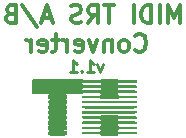
<source format=gbo>
G04 #@! TF.GenerationSoftware,KiCad,Pcbnew,(6.0.2)*
G04 #@! TF.CreationDate,2022-09-05T01:34:10-04:00*
G04 #@! TF.ProjectId,midi-trs-a-b-conveter,6d696469-2d74-4727-932d-612d622d636f,rev?*
G04 #@! TF.SameCoordinates,PX7c5bf00PY5fb3830*
G04 #@! TF.FileFunction,Legend,Bot*
G04 #@! TF.FilePolarity,Positive*
%FSLAX46Y46*%
G04 Gerber Fmt 4.6, Leading zero omitted, Abs format (unit mm)*
G04 Created by KiCad (PCBNEW (6.0.2)) date 2022-09-05 01:34:10*
%MOMM*%
%LPD*%
G01*
G04 APERTURE LIST*
%ADD10C,0.250000*%
%ADD11C,0.300000*%
%ADD12C,0.010000*%
%ADD13C,1.300000*%
%ADD14C,1.800000*%
G04 APERTURE END LIST*
D10*
X16228571Y6564286D02*
X15990476Y5897620D01*
X15752380Y6564286D01*
X14847619Y5897620D02*
X15419047Y5897620D01*
X15133333Y5897620D02*
X15133333Y6897620D01*
X15228571Y6754762D01*
X15323809Y6659524D01*
X15419047Y6611905D01*
X14419047Y5992858D02*
X14371428Y5945239D01*
X14419047Y5897620D01*
X14466666Y5945239D01*
X14419047Y5992858D01*
X14419047Y5897620D01*
X13419047Y5897620D02*
X13990476Y5897620D01*
X13704761Y5897620D02*
X13704761Y6897620D01*
X13800000Y6754762D01*
X13895238Y6659524D01*
X13990476Y6611905D01*
D11*
X22742857Y10028929D02*
X22742857Y11528929D01*
X22242857Y10457500D01*
X21742857Y11528929D01*
X21742857Y10028929D01*
X21028571Y10028929D02*
X21028571Y11528929D01*
X20314285Y10028929D02*
X20314285Y11528929D01*
X19957142Y11528929D01*
X19742857Y11457500D01*
X19600000Y11314643D01*
X19528571Y11171786D01*
X19457142Y10886072D01*
X19457142Y10671786D01*
X19528571Y10386072D01*
X19600000Y10243215D01*
X19742857Y10100358D01*
X19957142Y10028929D01*
X20314285Y10028929D01*
X18814285Y10028929D02*
X18814285Y11528929D01*
X17171428Y11528929D02*
X16314285Y11528929D01*
X16742857Y10028929D02*
X16742857Y11528929D01*
X14957142Y10028929D02*
X15457142Y10743215D01*
X15814285Y10028929D02*
X15814285Y11528929D01*
X15242857Y11528929D01*
X15100000Y11457500D01*
X15028571Y11386072D01*
X14957142Y11243215D01*
X14957142Y11028929D01*
X15028571Y10886072D01*
X15100000Y10814643D01*
X15242857Y10743215D01*
X15814285Y10743215D01*
X14385714Y10100358D02*
X14171428Y10028929D01*
X13814285Y10028929D01*
X13671428Y10100358D01*
X13600000Y10171786D01*
X13528571Y10314643D01*
X13528571Y10457500D01*
X13600000Y10600358D01*
X13671428Y10671786D01*
X13814285Y10743215D01*
X14100000Y10814643D01*
X14242857Y10886072D01*
X14314285Y10957500D01*
X14385714Y11100358D01*
X14385714Y11243215D01*
X14314285Y11386072D01*
X14242857Y11457500D01*
X14100000Y11528929D01*
X13742857Y11528929D01*
X13528571Y11457500D01*
X11814285Y10457500D02*
X11100000Y10457500D01*
X11957142Y10028929D02*
X11457142Y11528929D01*
X10957142Y10028929D01*
X9385714Y11600358D02*
X10671428Y9671786D01*
X8385714Y10814643D02*
X8171428Y10743215D01*
X8100000Y10671786D01*
X8028571Y10528929D01*
X8028571Y10314643D01*
X8100000Y10171786D01*
X8171428Y10100358D01*
X8314285Y10028929D01*
X8885714Y10028929D01*
X8885714Y11528929D01*
X8385714Y11528929D01*
X8242857Y11457500D01*
X8171428Y11386072D01*
X8100000Y11243215D01*
X8100000Y11100358D01*
X8171428Y10957500D01*
X8242857Y10886072D01*
X8385714Y10814643D01*
X8885714Y10814643D01*
X18957142Y7756786D02*
X19028571Y7685358D01*
X19242857Y7613929D01*
X19385714Y7613929D01*
X19600000Y7685358D01*
X19742857Y7828215D01*
X19814285Y7971072D01*
X19885714Y8256786D01*
X19885714Y8471072D01*
X19814285Y8756786D01*
X19742857Y8899643D01*
X19600000Y9042500D01*
X19385714Y9113929D01*
X19242857Y9113929D01*
X19028571Y9042500D01*
X18957142Y8971072D01*
X18100000Y7613929D02*
X18242857Y7685358D01*
X18314285Y7756786D01*
X18385714Y7899643D01*
X18385714Y8328215D01*
X18314285Y8471072D01*
X18242857Y8542500D01*
X18100000Y8613929D01*
X17885714Y8613929D01*
X17742857Y8542500D01*
X17671428Y8471072D01*
X17600000Y8328215D01*
X17600000Y7899643D01*
X17671428Y7756786D01*
X17742857Y7685358D01*
X17885714Y7613929D01*
X18100000Y7613929D01*
X16957142Y8613929D02*
X16957142Y7613929D01*
X16957142Y8471072D02*
X16885714Y8542500D01*
X16742857Y8613929D01*
X16528571Y8613929D01*
X16385714Y8542500D01*
X16314285Y8399643D01*
X16314285Y7613929D01*
X15742857Y8613929D02*
X15385714Y7613929D01*
X15028571Y8613929D01*
X13885714Y7685358D02*
X14028571Y7613929D01*
X14314285Y7613929D01*
X14457142Y7685358D01*
X14528571Y7828215D01*
X14528571Y8399643D01*
X14457142Y8542500D01*
X14314285Y8613929D01*
X14028571Y8613929D01*
X13885714Y8542500D01*
X13814285Y8399643D01*
X13814285Y8256786D01*
X14528571Y8113929D01*
X13171428Y7613929D02*
X13171428Y8613929D01*
X13171428Y8328215D02*
X13100000Y8471072D01*
X13028571Y8542500D01*
X12885714Y8613929D01*
X12742857Y8613929D01*
X12457142Y8613929D02*
X11885714Y8613929D01*
X12242857Y9113929D02*
X12242857Y7828215D01*
X12171428Y7685358D01*
X12028571Y7613929D01*
X11885714Y7613929D01*
X10814285Y7685358D02*
X10957142Y7613929D01*
X11242857Y7613929D01*
X11385714Y7685358D01*
X11457142Y7828215D01*
X11457142Y8399643D01*
X11385714Y8542500D01*
X11242857Y8613929D01*
X10957142Y8613929D01*
X10814285Y8542500D01*
X10742857Y8399643D01*
X10742857Y8256786D01*
X11457142Y8113929D01*
X10100000Y7613929D02*
X10100000Y8613929D01*
X10100000Y8328215D02*
X10028571Y8471072D01*
X9957142Y8542500D01*
X9814285Y8613929D01*
X9671428Y8613929D01*
D12*
G04 #@! TO.C,G\u002A\u002A\u002A*
X16002005Y896833D02*
X15967333Y843916D01*
X15967333Y843916D02*
X15231526Y843916D01*
X15231526Y843916D02*
X15033022Y843728D01*
X15033022Y843728D02*
X14872664Y843040D01*
X14872664Y843040D02*
X14746267Y841670D01*
X14746267Y841670D02*
X14649645Y839432D01*
X14649645Y839432D02*
X14578613Y836144D01*
X14578613Y836144D02*
X14528985Y831622D01*
X14528985Y831622D02*
X14496575Y825682D01*
X14496575Y825682D02*
X14477197Y818140D01*
X14477197Y818140D02*
X14467896Y810392D01*
X14467896Y810392D02*
X14451508Y769693D01*
X14451508Y769693D02*
X14462312Y741600D01*
X14462312Y741600D02*
X14471687Y732144D01*
X14471687Y732144D02*
X14489471Y724444D01*
X14489471Y724444D02*
X14519841Y718278D01*
X14519841Y718278D02*
X14566977Y713421D01*
X14566977Y713421D02*
X14635057Y709651D01*
X14635057Y709651D02*
X14728260Y706744D01*
X14728260Y706744D02*
X14850763Y704477D01*
X14850763Y704477D02*
X15006746Y702626D01*
X15006746Y702626D02*
X15200387Y700968D01*
X15200387Y700968D02*
X15226118Y700773D01*
X15226118Y700773D02*
X15967685Y695213D01*
X15967685Y695213D02*
X16002181Y642565D01*
X16002181Y642565D02*
X16036678Y589916D01*
X16036678Y589916D02*
X17410559Y589916D01*
X17410559Y589916D02*
X17445232Y642833D01*
X17445232Y642833D02*
X17479904Y695749D01*
X17479904Y695749D02*
X18216791Y695749D01*
X18216791Y695749D02*
X18415951Y695948D01*
X18415951Y695948D02*
X18576977Y696665D01*
X18576977Y696665D02*
X18704069Y698081D01*
X18704069Y698081D02*
X18801425Y700378D01*
X18801425Y700378D02*
X18873244Y703736D01*
X18873244Y703736D02*
X18923726Y708336D01*
X18923726Y708336D02*
X18957067Y714361D01*
X18957067Y714361D02*
X18977468Y721990D01*
X18977468Y721990D02*
X18986898Y728969D01*
X18986898Y728969D02*
X19008541Y767317D01*
X19008541Y767317D02*
X18998248Y803053D01*
X18998248Y803053D02*
X18990808Y813894D01*
X18990808Y813894D02*
X18978470Y822629D01*
X18978470Y822629D02*
X18956989Y829485D01*
X18956989Y829485D02*
X18922122Y834688D01*
X18922122Y834688D02*
X18869623Y838466D01*
X18869623Y838466D02*
X18795247Y841045D01*
X18795247Y841045D02*
X18694750Y842652D01*
X18694750Y842652D02*
X18563888Y843515D01*
X18563888Y843515D02*
X18398415Y843860D01*
X18398415Y843860D02*
X18234045Y843916D01*
X18234045Y843916D02*
X17491711Y843916D01*
X17491711Y843916D02*
X17450087Y896833D01*
X17450087Y896833D02*
X17408463Y949749D01*
X17408463Y949749D02*
X16036678Y949749D01*
X16036678Y949749D02*
X16002005Y896833D01*
X16002005Y896833D02*
X16002005Y896833D01*
G36*
X17450087Y896833D02*
G01*
X17491711Y843916D01*
X18234045Y843916D01*
X18398415Y843860D01*
X18563888Y843515D01*
X18694750Y842652D01*
X18795247Y841045D01*
X18869623Y838466D01*
X18922122Y834688D01*
X18956989Y829485D01*
X18978470Y822629D01*
X18990808Y813894D01*
X18998248Y803053D01*
X19008541Y767317D01*
X18986898Y728969D01*
X18977468Y721990D01*
X18957067Y714361D01*
X18923726Y708336D01*
X18873244Y703736D01*
X18801425Y700378D01*
X18704069Y698081D01*
X18576977Y696665D01*
X18415951Y695948D01*
X18216791Y695749D01*
X17479904Y695749D01*
X17445232Y642833D01*
X17410559Y589916D01*
X16036678Y589916D01*
X16002181Y642565D01*
X15967685Y695213D01*
X15226118Y700773D01*
X15200387Y700968D01*
X15006746Y702626D01*
X14850763Y704477D01*
X14728260Y706744D01*
X14635057Y709651D01*
X14566977Y713421D01*
X14519841Y718278D01*
X14489471Y724444D01*
X14471687Y732144D01*
X14462312Y741600D01*
X14451508Y769693D01*
X14467896Y810392D01*
X14477197Y818140D01*
X14496575Y825682D01*
X14528985Y831622D01*
X14578613Y836144D01*
X14649645Y839432D01*
X14746267Y841670D01*
X14872664Y843040D01*
X15033022Y843728D01*
X15231526Y843916D01*
X15967333Y843916D01*
X16002005Y896833D01*
X16036678Y949749D01*
X17408463Y949749D01*
X17450087Y896833D01*
G37*
X17450087Y896833D02*
X17491711Y843916D01*
X18234045Y843916D01*
X18398415Y843860D01*
X18563888Y843515D01*
X18694750Y842652D01*
X18795247Y841045D01*
X18869623Y838466D01*
X18922122Y834688D01*
X18956989Y829485D01*
X18978470Y822629D01*
X18990808Y813894D01*
X18998248Y803053D01*
X19008541Y767317D01*
X18986898Y728969D01*
X18977468Y721990D01*
X18957067Y714361D01*
X18923726Y708336D01*
X18873244Y703736D01*
X18801425Y700378D01*
X18704069Y698081D01*
X18576977Y696665D01*
X18415951Y695948D01*
X18216791Y695749D01*
X17479904Y695749D01*
X17445232Y642833D01*
X17410559Y589916D01*
X16036678Y589916D01*
X16002181Y642565D01*
X15967685Y695213D01*
X15226118Y700773D01*
X15200387Y700968D01*
X15006746Y702626D01*
X14850763Y704477D01*
X14728260Y706744D01*
X14635057Y709651D01*
X14566977Y713421D01*
X14519841Y718278D01*
X14489471Y724444D01*
X14471687Y732144D01*
X14462312Y741600D01*
X14451508Y769693D01*
X14467896Y810392D01*
X14477197Y818140D01*
X14496575Y825682D01*
X14528985Y831622D01*
X14578613Y836144D01*
X14649645Y839432D01*
X14746267Y841670D01*
X14872664Y843040D01*
X15033022Y843728D01*
X15231526Y843916D01*
X15967333Y843916D01*
X16002005Y896833D01*
X16036678Y949749D01*
X17408463Y949749D01*
X17450087Y896833D01*
X16542373Y4018802D02*
X16397116Y4018265D01*
X16397116Y4018265D02*
X16284762Y4017016D01*
X16284762Y4017016D02*
X16200594Y4014767D01*
X16200594Y4014767D02*
X16139897Y4011226D01*
X16139897Y4011226D02*
X16097955Y4006106D01*
X16097955Y4006106D02*
X16070054Y3999115D01*
X16070054Y3999115D02*
X16051476Y3989966D01*
X16051476Y3989966D02*
X16037507Y3978367D01*
X16037507Y3978367D02*
X16035702Y3976583D01*
X16035702Y3976583D02*
X16004625Y3938675D01*
X16004625Y3938675D02*
X15993368Y3913083D01*
X15993368Y3913083D02*
X15972389Y3906902D01*
X15972389Y3906902D02*
X15910174Y3901744D01*
X15910174Y3901744D02*
X15807811Y3897637D01*
X15807811Y3897637D02*
X15666387Y3894612D01*
X15666387Y3894612D02*
X15486988Y3892700D01*
X15486988Y3892700D02*
X15270701Y3891931D01*
X15270701Y3891931D02*
X15232795Y3891916D01*
X15232795Y3891916D02*
X15033375Y3891846D01*
X15033375Y3891846D02*
X14872141Y3891487D01*
X14872141Y3891487D02*
X14744945Y3890611D01*
X14744945Y3890611D02*
X14647641Y3888994D01*
X14647641Y3888994D02*
X14576079Y3886409D01*
X14576079Y3886409D02*
X14526114Y3882630D01*
X14526114Y3882630D02*
X14493597Y3877432D01*
X14493597Y3877432D02*
X14474381Y3870590D01*
X14474381Y3870590D02*
X14464319Y3861876D01*
X14464319Y3861876D02*
X14459263Y3851065D01*
X14459263Y3851065D02*
X14458845Y3849772D01*
X14458845Y3849772D02*
X14453568Y3805739D01*
X14453568Y3805739D02*
X14458668Y3786272D01*
X14458668Y3786272D02*
X14483721Y3780075D01*
X14483721Y3780075D02*
X14549657Y3774880D01*
X14549657Y3774880D02*
X14655035Y3770729D01*
X14655035Y3770729D02*
X14798415Y3767660D01*
X14798415Y3767660D02*
X14978357Y3765714D01*
X14978357Y3765714D02*
X15193421Y3764931D01*
X15193421Y3764931D02*
X15230149Y3764916D01*
X15230149Y3764916D02*
X15429504Y3764819D01*
X15429504Y3764819D02*
X15590650Y3764388D01*
X15590650Y3764388D02*
X15717711Y3763414D01*
X15717711Y3763414D02*
X15814810Y3761685D01*
X15814810Y3761685D02*
X15886072Y3758994D01*
X15886072Y3758994D02*
X15935621Y3755129D01*
X15935621Y3755129D02*
X15967581Y3749880D01*
X15967581Y3749880D02*
X15986076Y3743039D01*
X15986076Y3743039D02*
X15995229Y3734395D01*
X15995229Y3734395D02*
X15998657Y3725811D01*
X15998657Y3725811D02*
X16029222Y3691770D01*
X16029222Y3691770D02*
X16091084Y3673127D01*
X16091084Y3673127D02*
X16132996Y3669788D01*
X16132996Y3669788D02*
X16209858Y3667077D01*
X16209858Y3667077D02*
X16314764Y3664992D01*
X16314764Y3664992D02*
X16440810Y3663525D01*
X16440810Y3663525D02*
X16581088Y3662672D01*
X16581088Y3662672D02*
X16728693Y3662427D01*
X16728693Y3662427D02*
X16876719Y3662785D01*
X16876719Y3662785D02*
X17018260Y3663741D01*
X17018260Y3663741D02*
X17146411Y3665289D01*
X17146411Y3665289D02*
X17254264Y3667425D01*
X17254264Y3667425D02*
X17334915Y3670141D01*
X17334915Y3670141D02*
X17381458Y3673435D01*
X17381458Y3673435D02*
X17385883Y3674126D01*
X17385883Y3674126D02*
X17435794Y3698656D01*
X17435794Y3698656D02*
X17459766Y3724161D01*
X17459766Y3724161D02*
X17468157Y3734896D01*
X17468157Y3734896D02*
X17481354Y3743563D01*
X17481354Y3743563D02*
X17503586Y3750382D01*
X17503586Y3750382D02*
X17539080Y3755573D01*
X17539080Y3755573D02*
X17592063Y3759358D01*
X17592063Y3759358D02*
X17666764Y3761957D01*
X17666764Y3761957D02*
X17767410Y3763591D01*
X17767410Y3763591D02*
X17898229Y3764482D01*
X17898229Y3764482D02*
X18063448Y3764850D01*
X18063448Y3764850D02*
X18239862Y3764916D01*
X18239862Y3764916D02*
X18439966Y3765071D01*
X18439966Y3765071D02*
X18601821Y3765659D01*
X18601821Y3765659D02*
X18729509Y3766861D01*
X18729509Y3766861D02*
X18827113Y3768862D01*
X18827113Y3768862D02*
X18898717Y3771845D01*
X18898717Y3771845D02*
X18948403Y3775992D01*
X18948403Y3775992D02*
X18980254Y3781487D01*
X18980254Y3781487D02*
X18998354Y3788513D01*
X18998354Y3788513D02*
X19006785Y3797253D01*
X19006785Y3797253D02*
X19007719Y3799349D01*
X19007719Y3799349D02*
X19015156Y3822964D01*
X19015156Y3822964D02*
X19015034Y3842185D01*
X19015034Y3842185D02*
X19003592Y3857463D01*
X19003592Y3857463D02*
X18977070Y3869249D01*
X18977070Y3869249D02*
X18931708Y3877995D01*
X18931708Y3877995D02*
X18863744Y3884152D01*
X18863744Y3884152D02*
X18769418Y3888171D01*
X18769418Y3888171D02*
X18644969Y3890502D01*
X18644969Y3890502D02*
X18486637Y3891598D01*
X18486637Y3891598D02*
X18290661Y3891908D01*
X18290661Y3891908D02*
X18236072Y3891916D01*
X18236072Y3891916D02*
X17499458Y3891916D01*
X17499458Y3891916D02*
X17372458Y4018916D01*
X17372458Y4018916D02*
X16725247Y4018916D01*
X16725247Y4018916D02*
X16542373Y4018802D01*
X16542373Y4018802D02*
X16542373Y4018802D01*
G36*
X17499458Y3891916D02*
G01*
X18236072Y3891916D01*
X18290661Y3891908D01*
X18486637Y3891598D01*
X18644969Y3890502D01*
X18769418Y3888171D01*
X18863744Y3884152D01*
X18931708Y3877995D01*
X18977070Y3869249D01*
X19003592Y3857463D01*
X19015034Y3842185D01*
X19015156Y3822964D01*
X19007719Y3799349D01*
X19006785Y3797253D01*
X18998354Y3788513D01*
X18980254Y3781487D01*
X18948403Y3775992D01*
X18898717Y3771845D01*
X18827113Y3768862D01*
X18729509Y3766861D01*
X18601821Y3765659D01*
X18439966Y3765071D01*
X18239862Y3764916D01*
X18063448Y3764850D01*
X17898229Y3764482D01*
X17767410Y3763591D01*
X17666764Y3761957D01*
X17592063Y3759358D01*
X17539080Y3755573D01*
X17503586Y3750382D01*
X17481354Y3743563D01*
X17468157Y3734896D01*
X17459766Y3724161D01*
X17435794Y3698656D01*
X17385883Y3674126D01*
X17381458Y3673435D01*
X17334915Y3670141D01*
X17254264Y3667425D01*
X17146411Y3665289D01*
X17018260Y3663741D01*
X16876719Y3662785D01*
X16728693Y3662427D01*
X16581088Y3662672D01*
X16440810Y3663525D01*
X16314764Y3664992D01*
X16209858Y3667077D01*
X16132996Y3669788D01*
X16091084Y3673127D01*
X16029222Y3691770D01*
X15998657Y3725811D01*
X15995229Y3734395D01*
X15986076Y3743039D01*
X15967581Y3749880D01*
X15935621Y3755129D01*
X15886072Y3758994D01*
X15814810Y3761685D01*
X15717711Y3763414D01*
X15590650Y3764388D01*
X15429504Y3764819D01*
X15230149Y3764916D01*
X15193421Y3764931D01*
X14978357Y3765714D01*
X14798415Y3767660D01*
X14655035Y3770729D01*
X14549657Y3774880D01*
X14483721Y3780075D01*
X14458668Y3786272D01*
X14453568Y3805739D01*
X14458845Y3849772D01*
X14459263Y3851065D01*
X14464319Y3861876D01*
X14474381Y3870590D01*
X14493597Y3877432D01*
X14526114Y3882630D01*
X14576079Y3886409D01*
X14647641Y3888994D01*
X14744945Y3890611D01*
X14872141Y3891487D01*
X15033375Y3891846D01*
X15232795Y3891916D01*
X15270701Y3891931D01*
X15486988Y3892700D01*
X15666387Y3894612D01*
X15807811Y3897637D01*
X15910174Y3901744D01*
X15972389Y3906902D01*
X15993368Y3913083D01*
X16004625Y3938675D01*
X16035702Y3976583D01*
X16037507Y3978367D01*
X16051476Y3989966D01*
X16070054Y3999115D01*
X16097955Y4006106D01*
X16139897Y4011226D01*
X16200594Y4014767D01*
X16284762Y4017016D01*
X16397116Y4018265D01*
X16542373Y4018802D01*
X16725247Y4018916D01*
X17372458Y4018916D01*
X17499458Y3891916D01*
G37*
X17499458Y3891916D02*
X18236072Y3891916D01*
X18290661Y3891908D01*
X18486637Y3891598D01*
X18644969Y3890502D01*
X18769418Y3888171D01*
X18863744Y3884152D01*
X18931708Y3877995D01*
X18977070Y3869249D01*
X19003592Y3857463D01*
X19015034Y3842185D01*
X19015156Y3822964D01*
X19007719Y3799349D01*
X19006785Y3797253D01*
X18998354Y3788513D01*
X18980254Y3781487D01*
X18948403Y3775992D01*
X18898717Y3771845D01*
X18827113Y3768862D01*
X18729509Y3766861D01*
X18601821Y3765659D01*
X18439966Y3765071D01*
X18239862Y3764916D01*
X18063448Y3764850D01*
X17898229Y3764482D01*
X17767410Y3763591D01*
X17666764Y3761957D01*
X17592063Y3759358D01*
X17539080Y3755573D01*
X17503586Y3750382D01*
X17481354Y3743563D01*
X17468157Y3734896D01*
X17459766Y3724161D01*
X17435794Y3698656D01*
X17385883Y3674126D01*
X17381458Y3673435D01*
X17334915Y3670141D01*
X17254264Y3667425D01*
X17146411Y3665289D01*
X17018260Y3663741D01*
X16876719Y3662785D01*
X16728693Y3662427D01*
X16581088Y3662672D01*
X16440810Y3663525D01*
X16314764Y3664992D01*
X16209858Y3667077D01*
X16132996Y3669788D01*
X16091084Y3673127D01*
X16029222Y3691770D01*
X15998657Y3725811D01*
X15995229Y3734395D01*
X15986076Y3743039D01*
X15967581Y3749880D01*
X15935621Y3755129D01*
X15886072Y3758994D01*
X15814810Y3761685D01*
X15717711Y3763414D01*
X15590650Y3764388D01*
X15429504Y3764819D01*
X15230149Y3764916D01*
X15193421Y3764931D01*
X14978357Y3765714D01*
X14798415Y3767660D01*
X14655035Y3770729D01*
X14549657Y3774880D01*
X14483721Y3780075D01*
X14458668Y3786272D01*
X14453568Y3805739D01*
X14458845Y3849772D01*
X14459263Y3851065D01*
X14464319Y3861876D01*
X14474381Y3870590D01*
X14493597Y3877432D01*
X14526114Y3882630D01*
X14576079Y3886409D01*
X14647641Y3888994D01*
X14744945Y3890611D01*
X14872141Y3891487D01*
X15033375Y3891846D01*
X15232795Y3891916D01*
X15270701Y3891931D01*
X15486988Y3892700D01*
X15666387Y3894612D01*
X15807811Y3897637D01*
X15910174Y3901744D01*
X15972389Y3906902D01*
X15993368Y3913083D01*
X16004625Y3938675D01*
X16035702Y3976583D01*
X16037507Y3978367D01*
X16051476Y3989966D01*
X16070054Y3999115D01*
X16097955Y4006106D01*
X16139897Y4011226D01*
X16200594Y4014767D01*
X16284762Y4017016D01*
X16397116Y4018265D01*
X16542373Y4018802D01*
X16725247Y4018916D01*
X17372458Y4018916D01*
X17499458Y3891916D01*
X11613441Y3078674D02*
X11572272Y3007981D01*
X11572272Y3007981D02*
X11564711Y2928761D01*
X11564711Y2928761D02*
X11590333Y2854721D01*
X11590333Y2854721D02*
X11621515Y2818436D01*
X11621515Y2818436D02*
X11638025Y2804947D01*
X11638025Y2804947D02*
X11655881Y2794233D01*
X11655881Y2794233D02*
X11679827Y2785976D01*
X11679827Y2785976D02*
X11714611Y2779854D01*
X11714611Y2779854D02*
X11764977Y2775549D01*
X11764977Y2775549D02*
X11835673Y2772741D01*
X11835673Y2772741D02*
X11931443Y2771110D01*
X11931443Y2771110D02*
X12057034Y2770336D01*
X12057034Y2770336D02*
X12217192Y2770100D01*
X12217192Y2770100D02*
X12339308Y2770083D01*
X12339308Y2770083D02*
X12524369Y2770190D01*
X12524369Y2770190D02*
X12671782Y2770699D01*
X12671782Y2770699D02*
X12786230Y2771896D01*
X12786230Y2771896D02*
X12872400Y2774063D01*
X12872400Y2774063D02*
X12934974Y2777486D01*
X12934974Y2777486D02*
X12978638Y2782448D01*
X12978638Y2782448D02*
X13008077Y2789233D01*
X13008077Y2789233D02*
X13027974Y2798126D01*
X13027974Y2798126D02*
X13043014Y2809411D01*
X13043014Y2809411D02*
X13046954Y2813002D01*
X13046954Y2813002D02*
X13086084Y2863264D01*
X13086084Y2863264D02*
X13106260Y2908663D01*
X13106260Y2908663D02*
X13106637Y2973728D01*
X13106637Y2973728D02*
X13084227Y3042719D01*
X13084227Y3042719D02*
X13046430Y3096509D01*
X13046430Y3096509D02*
X13028524Y3109558D01*
X13028524Y3109558D02*
X12997505Y3114968D01*
X12997505Y3114968D02*
X12928735Y3119746D01*
X12928735Y3119746D02*
X12826791Y3123759D01*
X12826791Y3123759D02*
X12696252Y3126874D01*
X12696252Y3126874D02*
X12541695Y3128960D01*
X12541695Y3128960D02*
X12367700Y3129882D01*
X12367700Y3129882D02*
X12326033Y3129916D01*
X12326033Y3129916D02*
X11661581Y3129916D01*
X11661581Y3129916D02*
X11613441Y3078674D01*
X11613441Y3078674D02*
X11613441Y3078674D01*
G36*
X12367700Y3129882D02*
G01*
X12541695Y3128960D01*
X12696252Y3126874D01*
X12826791Y3123759D01*
X12928735Y3119746D01*
X12997505Y3114968D01*
X13028524Y3109558D01*
X13046430Y3096509D01*
X13084227Y3042719D01*
X13106637Y2973728D01*
X13106260Y2908663D01*
X13086084Y2863264D01*
X13046954Y2813002D01*
X13043014Y2809411D01*
X13027974Y2798126D01*
X13008077Y2789233D01*
X12978638Y2782448D01*
X12934974Y2777486D01*
X12872400Y2774063D01*
X12786230Y2771896D01*
X12671782Y2770699D01*
X12524369Y2770190D01*
X12339308Y2770083D01*
X12217192Y2770100D01*
X12057034Y2770336D01*
X11931443Y2771110D01*
X11835673Y2772741D01*
X11764977Y2775549D01*
X11714611Y2779854D01*
X11679827Y2785976D01*
X11655881Y2794233D01*
X11638025Y2804947D01*
X11621515Y2818436D01*
X11590333Y2854721D01*
X11564711Y2928761D01*
X11572272Y3007981D01*
X11613441Y3078674D01*
X11661581Y3129916D01*
X12326033Y3129916D01*
X12367700Y3129882D01*
G37*
X12367700Y3129882D02*
X12541695Y3128960D01*
X12696252Y3126874D01*
X12826791Y3123759D01*
X12928735Y3119746D01*
X12997505Y3114968D01*
X13028524Y3109558D01*
X13046430Y3096509D01*
X13084227Y3042719D01*
X13106637Y2973728D01*
X13106260Y2908663D01*
X13086084Y2863264D01*
X13046954Y2813002D01*
X13043014Y2809411D01*
X13027974Y2798126D01*
X13008077Y2789233D01*
X12978638Y2782448D01*
X12934974Y2777486D01*
X12872400Y2774063D01*
X12786230Y2771896D01*
X12671782Y2770699D01*
X12524369Y2770190D01*
X12339308Y2770083D01*
X12217192Y2770100D01*
X12057034Y2770336D01*
X11931443Y2771110D01*
X11835673Y2772741D01*
X11764977Y2775549D01*
X11714611Y2779854D01*
X11679827Y2785976D01*
X11655881Y2794233D01*
X11638025Y2804947D01*
X11621515Y2818436D01*
X11590333Y2854721D01*
X11564711Y2928761D01*
X11572272Y3007981D01*
X11613441Y3078674D01*
X11661581Y3129916D01*
X12326033Y3129916D01*
X12367700Y3129882D01*
X12150431Y3574348D02*
X12004088Y3573932D01*
X12004088Y3573932D02*
X11890551Y3572849D01*
X11890551Y3572849D02*
X11805058Y3570781D01*
X11805058Y3570781D02*
X11742844Y3567409D01*
X11742844Y3567409D02*
X11699147Y3562414D01*
X11699147Y3562414D02*
X11669202Y3555477D01*
X11669202Y3555477D02*
X11648247Y3546281D01*
X11648247Y3546281D02*
X11631518Y3534506D01*
X11631518Y3534506D02*
X11622365Y3526791D01*
X11622365Y3526791D02*
X11576096Y3462735D01*
X11576096Y3462735D02*
X11561875Y3387050D01*
X11561875Y3387050D02*
X11577910Y3312164D01*
X11577910Y3312164D02*
X11622409Y3250502D01*
X11622409Y3250502D02*
X11666145Y3223234D01*
X11666145Y3223234D02*
X11711949Y3213218D01*
X11711949Y3213218D02*
X11792335Y3205095D01*
X11792335Y3205095D02*
X11900520Y3198845D01*
X11900520Y3198845D02*
X12029721Y3194448D01*
X12029721Y3194448D02*
X12173156Y3191883D01*
X12173156Y3191883D02*
X12324041Y3191132D01*
X12324041Y3191132D02*
X12475593Y3192173D01*
X12475593Y3192173D02*
X12621029Y3194988D01*
X12621029Y3194988D02*
X12753566Y3199556D01*
X12753566Y3199556D02*
X12866422Y3205856D01*
X12866422Y3205856D02*
X12952812Y3213870D01*
X12952812Y3213870D02*
X13005955Y3223578D01*
X13005955Y3223578D02*
X13015135Y3227201D01*
X13015135Y3227201D02*
X13080054Y3282824D01*
X13080054Y3282824D02*
X13109954Y3354267D01*
X13109954Y3354267D02*
X13103546Y3431765D01*
X13103546Y3431765D02*
X13059540Y3505553D01*
X13059540Y3505553D02*
X13052830Y3512544D01*
X13052830Y3512544D02*
X12990958Y3574416D01*
X12990958Y3574416D02*
X12334344Y3574416D01*
X12334344Y3574416D02*
X12150431Y3574348D01*
X12150431Y3574348D02*
X12150431Y3574348D01*
G36*
X13052830Y3512544D02*
G01*
X13059540Y3505553D01*
X13103546Y3431765D01*
X13109954Y3354267D01*
X13080054Y3282824D01*
X13015135Y3227201D01*
X13005955Y3223578D01*
X12952812Y3213870D01*
X12866422Y3205856D01*
X12753566Y3199556D01*
X12621029Y3194988D01*
X12475593Y3192173D01*
X12324041Y3191132D01*
X12173156Y3191883D01*
X12029721Y3194448D01*
X11900520Y3198845D01*
X11792335Y3205095D01*
X11711949Y3213218D01*
X11666145Y3223234D01*
X11622409Y3250502D01*
X11577910Y3312164D01*
X11561875Y3387050D01*
X11576096Y3462735D01*
X11622365Y3526791D01*
X11631518Y3534506D01*
X11648247Y3546281D01*
X11669202Y3555477D01*
X11699147Y3562414D01*
X11742844Y3567409D01*
X11805058Y3570781D01*
X11890551Y3572849D01*
X12004088Y3573932D01*
X12150431Y3574348D01*
X12334344Y3574416D01*
X12990958Y3574416D01*
X13052830Y3512544D01*
G37*
X13052830Y3512544D02*
X13059540Y3505553D01*
X13103546Y3431765D01*
X13109954Y3354267D01*
X13080054Y3282824D01*
X13015135Y3227201D01*
X13005955Y3223578D01*
X12952812Y3213870D01*
X12866422Y3205856D01*
X12753566Y3199556D01*
X12621029Y3194988D01*
X12475593Y3192173D01*
X12324041Y3191132D01*
X12173156Y3191883D01*
X12029721Y3194448D01*
X11900520Y3198845D01*
X11792335Y3205095D01*
X11711949Y3213218D01*
X11666145Y3223234D01*
X11622409Y3250502D01*
X11577910Y3312164D01*
X11561875Y3387050D01*
X11576096Y3462735D01*
X11622365Y3526791D01*
X11631518Y3534506D01*
X11648247Y3546281D01*
X11669202Y3555477D01*
X11699147Y3562414D01*
X11742844Y3567409D01*
X11805058Y3570781D01*
X11890551Y3572849D01*
X12004088Y3573932D01*
X12150431Y3574348D01*
X12334344Y3574416D01*
X12990958Y3574416D01*
X13052830Y3512544D01*
X16572313Y1393826D02*
X16421382Y1392628D01*
X16421382Y1392628D02*
X16288609Y1390762D01*
X16288609Y1390762D02*
X16179460Y1388334D01*
X16179460Y1388334D02*
X16099402Y1385451D01*
X16099402Y1385451D02*
X16053903Y1382221D01*
X16053903Y1382221D02*
X16046395Y1380779D01*
X16046395Y1380779D02*
X16012000Y1351638D01*
X16012000Y1351638D02*
X15992271Y1317279D01*
X15992271Y1317279D02*
X15973250Y1267249D01*
X15973250Y1267249D02*
X15222558Y1267249D01*
X15222558Y1267249D02*
X15003473Y1266646D01*
X15003473Y1266646D02*
X14819202Y1264862D01*
X14819202Y1264862D02*
X14671209Y1261939D01*
X14671209Y1261939D02*
X14560960Y1257918D01*
X14560960Y1257918D02*
X14489916Y1252839D01*
X14489916Y1252839D02*
X14459544Y1246744D01*
X14459544Y1246744D02*
X14458668Y1245893D01*
X14458668Y1245893D02*
X14453614Y1209942D01*
X14453614Y1209942D02*
X14458845Y1182393D01*
X14458845Y1182393D02*
X14463675Y1171217D01*
X14463675Y1171217D02*
X14473131Y1162214D01*
X14473131Y1162214D02*
X14491416Y1155148D01*
X14491416Y1155148D02*
X14522732Y1149787D01*
X14522732Y1149787D02*
X14571281Y1145893D01*
X14571281Y1145893D02*
X14641267Y1143235D01*
X14641267Y1143235D02*
X14736890Y1141575D01*
X14736890Y1141575D02*
X14862354Y1140681D01*
X14862354Y1140681D02*
X15021860Y1140317D01*
X15021860Y1140317D02*
X15213719Y1140249D01*
X15213719Y1140249D02*
X15955217Y1140249D01*
X15955217Y1140249D02*
X16073853Y1013249D01*
X16073853Y1013249D02*
X17373384Y1013249D01*
X17373384Y1013249D02*
X17492020Y1140249D01*
X17492020Y1140249D02*
X18234199Y1140249D01*
X18234199Y1140249D02*
X18431822Y1140379D01*
X18431822Y1140379D02*
X18591311Y1140904D01*
X18591311Y1140904D02*
X18716865Y1142029D01*
X18716865Y1142029D02*
X18812684Y1143957D01*
X18812684Y1143957D02*
X18882967Y1146894D01*
X18882967Y1146894D02*
X18931912Y1151044D01*
X18931912Y1151044D02*
X18963720Y1156610D01*
X18963720Y1156610D02*
X18982590Y1163798D01*
X18982590Y1163798D02*
X18992720Y1172812D01*
X18992720Y1172812D02*
X18995430Y1177291D01*
X18995430Y1177291D02*
X19006280Y1200241D01*
X19006280Y1200241D02*
X19010387Y1218913D01*
X19010387Y1218913D02*
X19004024Y1233749D01*
X19004024Y1233749D02*
X18983464Y1245189D01*
X18983464Y1245189D02*
X18944979Y1253675D01*
X18944979Y1253675D02*
X18884844Y1259648D01*
X18884844Y1259648D02*
X18799330Y1263549D01*
X18799330Y1263549D02*
X18684712Y1265818D01*
X18684712Y1265818D02*
X18537261Y1266897D01*
X18537261Y1266897D02*
X18353252Y1267227D01*
X18353252Y1267227D02*
X18235271Y1267249D01*
X18235271Y1267249D02*
X18013249Y1267834D01*
X18013249Y1267834D02*
X17827938Y1269566D01*
X17827938Y1269566D02*
X17680427Y1272416D01*
X17680427Y1272416D02*
X17571803Y1276353D01*
X17571803Y1276353D02*
X17503154Y1281348D01*
X17503154Y1281348D02*
X17475566Y1287369D01*
X17475566Y1287369D02*
X17475035Y1288416D01*
X17475035Y1288416D02*
X17461373Y1317617D01*
X17461373Y1317617D02*
X17432702Y1351916D01*
X17432702Y1351916D02*
X17419072Y1363810D01*
X17419072Y1363810D02*
X17401499Y1373243D01*
X17401499Y1373243D02*
X17375296Y1380498D01*
X17375296Y1380498D02*
X17335777Y1385860D01*
X17335777Y1385860D02*
X17278257Y1389614D01*
X17278257Y1389614D02*
X17198049Y1392045D01*
X17198049Y1392045D02*
X17090466Y1393438D01*
X17090466Y1393438D02*
X16950824Y1394077D01*
X16950824Y1394077D02*
X16774435Y1394247D01*
X16774435Y1394247D02*
X16735933Y1394249D01*
X16735933Y1394249D02*
X16572313Y1393826D01*
X16572313Y1393826D02*
X16572313Y1393826D01*
G36*
X16774435Y1394247D02*
G01*
X16950824Y1394077D01*
X17090466Y1393438D01*
X17198049Y1392045D01*
X17278257Y1389614D01*
X17335777Y1385860D01*
X17375296Y1380498D01*
X17401499Y1373243D01*
X17419072Y1363810D01*
X17432702Y1351916D01*
X17461373Y1317617D01*
X17475035Y1288416D01*
X17475566Y1287369D01*
X17503154Y1281348D01*
X17571803Y1276353D01*
X17680427Y1272416D01*
X17827938Y1269566D01*
X18013249Y1267834D01*
X18235271Y1267249D01*
X18353252Y1267227D01*
X18537261Y1266897D01*
X18684712Y1265818D01*
X18799330Y1263549D01*
X18884844Y1259648D01*
X18944979Y1253675D01*
X18983464Y1245189D01*
X19004024Y1233749D01*
X19010387Y1218913D01*
X19006280Y1200241D01*
X18995430Y1177291D01*
X18992720Y1172812D01*
X18982590Y1163798D01*
X18963720Y1156610D01*
X18931912Y1151044D01*
X18882967Y1146894D01*
X18812684Y1143957D01*
X18716865Y1142029D01*
X18591311Y1140904D01*
X18431822Y1140379D01*
X18234199Y1140249D01*
X17492020Y1140249D01*
X17373384Y1013249D01*
X16073853Y1013249D01*
X15955217Y1140249D01*
X15213719Y1140249D01*
X15021860Y1140317D01*
X14862354Y1140681D01*
X14736890Y1141575D01*
X14641267Y1143235D01*
X14571281Y1145893D01*
X14522732Y1149787D01*
X14491416Y1155148D01*
X14473131Y1162214D01*
X14463675Y1171217D01*
X14458845Y1182393D01*
X14453614Y1209942D01*
X14458668Y1245893D01*
X14459544Y1246744D01*
X14489916Y1252839D01*
X14560960Y1257918D01*
X14671209Y1261939D01*
X14819202Y1264862D01*
X15003473Y1266646D01*
X15222558Y1267249D01*
X15973250Y1267249D01*
X15992271Y1317279D01*
X16012000Y1351638D01*
X16046395Y1380779D01*
X16053903Y1382221D01*
X16099402Y1385451D01*
X16179460Y1388334D01*
X16288609Y1390762D01*
X16421382Y1392628D01*
X16572313Y1393826D01*
X16735933Y1394249D01*
X16774435Y1394247D01*
G37*
X16774435Y1394247D02*
X16950824Y1394077D01*
X17090466Y1393438D01*
X17198049Y1392045D01*
X17278257Y1389614D01*
X17335777Y1385860D01*
X17375296Y1380498D01*
X17401499Y1373243D01*
X17419072Y1363810D01*
X17432702Y1351916D01*
X17461373Y1317617D01*
X17475035Y1288416D01*
X17475566Y1287369D01*
X17503154Y1281348D01*
X17571803Y1276353D01*
X17680427Y1272416D01*
X17827938Y1269566D01*
X18013249Y1267834D01*
X18235271Y1267249D01*
X18353252Y1267227D01*
X18537261Y1266897D01*
X18684712Y1265818D01*
X18799330Y1263549D01*
X18884844Y1259648D01*
X18944979Y1253675D01*
X18983464Y1245189D01*
X19004024Y1233749D01*
X19010387Y1218913D01*
X19006280Y1200241D01*
X18995430Y1177291D01*
X18992720Y1172812D01*
X18982590Y1163798D01*
X18963720Y1156610D01*
X18931912Y1151044D01*
X18882967Y1146894D01*
X18812684Y1143957D01*
X18716865Y1142029D01*
X18591311Y1140904D01*
X18431822Y1140379D01*
X18234199Y1140249D01*
X17492020Y1140249D01*
X17373384Y1013249D01*
X16073853Y1013249D01*
X15955217Y1140249D01*
X15213719Y1140249D01*
X15021860Y1140317D01*
X14862354Y1140681D01*
X14736890Y1141575D01*
X14641267Y1143235D01*
X14571281Y1145893D01*
X14522732Y1149787D01*
X14491416Y1155148D01*
X14473131Y1162214D01*
X14463675Y1171217D01*
X14458845Y1182393D01*
X14453614Y1209942D01*
X14458668Y1245893D01*
X14459544Y1246744D01*
X14489916Y1252839D01*
X14560960Y1257918D01*
X14671209Y1261939D01*
X14819202Y1264862D01*
X15003473Y1266646D01*
X15222558Y1267249D01*
X15973250Y1267249D01*
X15992271Y1317279D01*
X16012000Y1351638D01*
X16046395Y1380779D01*
X16053903Y1382221D01*
X16099402Y1385451D01*
X16179460Y1388334D01*
X16288609Y1390762D01*
X16421382Y1392628D01*
X16572313Y1393826D01*
X16735933Y1394249D01*
X16774435Y1394247D01*
X16018317Y4389333D02*
X15976693Y4336416D01*
X15976693Y4336416D02*
X14486044Y4336416D01*
X14486044Y4336416D02*
X14444420Y4389333D01*
X14444420Y4389333D02*
X14402796Y4442249D01*
X14402796Y4442249D02*
X12344628Y4442249D01*
X12344628Y4442249D02*
X11988095Y4442141D01*
X11988095Y4442141D02*
X11671802Y4441797D01*
X11671802Y4441797D02*
X11393655Y4441192D01*
X11393655Y4441192D02*
X11151561Y4440299D01*
X11151561Y4440299D02*
X10943426Y4439091D01*
X10943426Y4439091D02*
X10767157Y4437543D01*
X10767157Y4437543D02*
X10620660Y4435627D01*
X10620660Y4435627D02*
X10501843Y4433318D01*
X10501843Y4433318D02*
X10408611Y4430588D01*
X10408611Y4430588D02*
X10338872Y4427412D01*
X10338872Y4427412D02*
X10290532Y4423762D01*
X10290532Y4423762D02*
X10261497Y4419613D01*
X10261497Y4419613D02*
X10250587Y4415791D01*
X10250587Y4415791D02*
X10210216Y4362503D01*
X10210216Y4362503D02*
X10191800Y4288680D01*
X10191800Y4288680D02*
X10195358Y4209776D01*
X10195358Y4209776D02*
X10220906Y4141247D01*
X10220906Y4141247D02*
X10250242Y4108899D01*
X10250242Y4108899D02*
X10264942Y4104314D01*
X10264942Y4104314D02*
X10297160Y4100251D01*
X10297160Y4100251D02*
X10348993Y4096684D01*
X10348993Y4096684D02*
X10422539Y4093585D01*
X10422539Y4093585D02*
X10519894Y4090929D01*
X10519894Y4090929D02*
X10643153Y4088688D01*
X10643153Y4088688D02*
X10794415Y4086837D01*
X10794415Y4086837D02*
X10975775Y4085348D01*
X10975775Y4085348D02*
X11189331Y4084196D01*
X11189331Y4084196D02*
X11437179Y4083353D01*
X11437179Y4083353D02*
X11721415Y4082794D01*
X11721415Y4082794D02*
X12044136Y4082491D01*
X12044136Y4082491D02*
X12344652Y4082416D01*
X12344652Y4082416D02*
X12688297Y4082468D01*
X12688297Y4082468D02*
X12992075Y4082650D01*
X12992075Y4082650D02*
X13258450Y4083001D01*
X13258450Y4083001D02*
X13489888Y4083560D01*
X13489888Y4083560D02*
X13688855Y4084367D01*
X13688855Y4084367D02*
X13857817Y4085461D01*
X13857817Y4085461D02*
X13999238Y4086880D01*
X13999238Y4086880D02*
X14115584Y4088665D01*
X14115584Y4088665D02*
X14209322Y4090854D01*
X14209322Y4090854D02*
X14282915Y4093487D01*
X14282915Y4093487D02*
X14338831Y4096602D01*
X14338831Y4096602D02*
X14379533Y4100240D01*
X14379533Y4100240D02*
X14407489Y4104439D01*
X14407489Y4104439D02*
X14425163Y4109238D01*
X14425163Y4109238D02*
X14435021Y4114677D01*
X14435021Y4114677D02*
X14436107Y4115678D01*
X14436107Y4115678D02*
X14462824Y4150377D01*
X14462824Y4150377D02*
X14469368Y4168595D01*
X14469368Y4168595D02*
X14489978Y4173652D01*
X14489978Y4173652D02*
X14549586Y4178098D01*
X14549586Y4178098D02*
X14644859Y4181847D01*
X14644859Y4181847D02*
X14772466Y4184814D01*
X14772466Y4184814D02*
X14929074Y4186913D01*
X14929074Y4186913D02*
X15111352Y4188057D01*
X15111352Y4188057D02*
X15231368Y4188249D01*
X15231368Y4188249D02*
X15427418Y4187718D01*
X15427418Y4187718D02*
X15599793Y4186180D01*
X15599793Y4186180D02*
X15745161Y4183723D01*
X15745161Y4183723D02*
X15860190Y4180432D01*
X15860190Y4180432D02*
X15941548Y4176392D01*
X15941548Y4176392D02*
X15985903Y4171690D01*
X15985903Y4171690D02*
X15993368Y4168595D01*
X15993368Y4168595D02*
X16006877Y4139299D01*
X16006877Y4139299D02*
X16026630Y4115678D01*
X16026630Y4115678D02*
X16040536Y4106329D01*
X16040536Y4106329D02*
X16064453Y4098876D01*
X16064453Y4098876D02*
X16102778Y4093115D01*
X16102778Y4093115D02*
X16159911Y4088837D01*
X16159911Y4088837D02*
X16240250Y4085838D01*
X16240250Y4085838D02*
X16348194Y4083909D01*
X16348194Y4083909D02*
X16488141Y4082846D01*
X16488141Y4082846D02*
X16664490Y4082441D01*
X16664490Y4082441D02*
X16735226Y4082416D01*
X16735226Y4082416D02*
X17410559Y4082416D01*
X17410559Y4082416D02*
X17445232Y4135333D01*
X17445232Y4135333D02*
X17479904Y4188249D01*
X17479904Y4188249D02*
X18228141Y4188249D01*
X18228141Y4188249D02*
X18425995Y4188338D01*
X18425995Y4188338D02*
X18585743Y4188755D01*
X18585743Y4188755D02*
X18711611Y4189723D01*
X18711611Y4189723D02*
X18807827Y4191468D01*
X18807827Y4191468D02*
X18878617Y4194213D01*
X18878617Y4194213D02*
X18928209Y4198182D01*
X18928209Y4198182D02*
X18960830Y4203601D01*
X18960830Y4203601D02*
X18980705Y4210692D01*
X18980705Y4210692D02*
X18992064Y4219682D01*
X18992064Y4219682D02*
X18998248Y4229113D01*
X18998248Y4229113D02*
X19007484Y4271745D01*
X19007484Y4271745D02*
X18986898Y4303196D01*
X18986898Y4303196D02*
X18973521Y4312166D01*
X18973521Y4312166D02*
X18950393Y4319393D01*
X18950393Y4319393D02*
X18913315Y4325058D01*
X18913315Y4325058D02*
X18858088Y4329344D01*
X18858088Y4329344D02*
X18780513Y4332430D01*
X18780513Y4332430D02*
X18676393Y4334498D01*
X18676393Y4334498D02*
X18541527Y4335730D01*
X18541527Y4335730D02*
X18371718Y4336306D01*
X18371718Y4336306D02*
X18216791Y4336416D01*
X18216791Y4336416D02*
X17479904Y4336416D01*
X17479904Y4336416D02*
X17445232Y4389333D01*
X17445232Y4389333D02*
X17410559Y4442249D01*
X17410559Y4442249D02*
X16059941Y4442249D01*
X16059941Y4442249D02*
X16018317Y4389333D01*
X16018317Y4389333D02*
X16018317Y4389333D01*
G36*
X14444420Y4389333D02*
G01*
X14486044Y4336416D01*
X15976693Y4336416D01*
X16018317Y4389333D01*
X16059941Y4442249D01*
X17410559Y4442249D01*
X17445232Y4389333D01*
X17479904Y4336416D01*
X18216791Y4336416D01*
X18371718Y4336306D01*
X18541527Y4335730D01*
X18676393Y4334498D01*
X18780513Y4332430D01*
X18858088Y4329344D01*
X18913315Y4325058D01*
X18950393Y4319393D01*
X18973521Y4312166D01*
X18986898Y4303196D01*
X19007484Y4271745D01*
X18998248Y4229113D01*
X18992064Y4219682D01*
X18980705Y4210692D01*
X18960830Y4203601D01*
X18928209Y4198182D01*
X18878617Y4194213D01*
X18807827Y4191468D01*
X18711611Y4189723D01*
X18585743Y4188755D01*
X18425995Y4188338D01*
X18228141Y4188249D01*
X17479904Y4188249D01*
X17445232Y4135333D01*
X17410559Y4082416D01*
X16735226Y4082416D01*
X16664490Y4082441D01*
X16488141Y4082846D01*
X16348194Y4083909D01*
X16240250Y4085838D01*
X16159911Y4088837D01*
X16102778Y4093115D01*
X16064453Y4098876D01*
X16040536Y4106329D01*
X16026630Y4115678D01*
X16006877Y4139299D01*
X15993368Y4168595D01*
X15985903Y4171690D01*
X15941548Y4176392D01*
X15860190Y4180432D01*
X15745161Y4183723D01*
X15599793Y4186180D01*
X15427418Y4187718D01*
X15231368Y4188249D01*
X15111352Y4188057D01*
X14929074Y4186913D01*
X14772466Y4184814D01*
X14644859Y4181847D01*
X14549586Y4178098D01*
X14489978Y4173652D01*
X14469368Y4168595D01*
X14462824Y4150377D01*
X14436107Y4115678D01*
X14435021Y4114677D01*
X14425163Y4109238D01*
X14407489Y4104439D01*
X14379533Y4100240D01*
X14338831Y4096602D01*
X14282915Y4093487D01*
X14209322Y4090854D01*
X14115584Y4088665D01*
X13999238Y4086880D01*
X13857817Y4085461D01*
X13688855Y4084367D01*
X13489888Y4083560D01*
X13258450Y4083001D01*
X12992075Y4082650D01*
X12688297Y4082468D01*
X12344652Y4082416D01*
X12044136Y4082491D01*
X11721415Y4082794D01*
X11437179Y4083353D01*
X11189331Y4084196D01*
X10975775Y4085348D01*
X10794415Y4086837D01*
X10643153Y4088688D01*
X10519894Y4090929D01*
X10422539Y4093585D01*
X10348993Y4096684D01*
X10297160Y4100251D01*
X10264942Y4104314D01*
X10250242Y4108899D01*
X10220906Y4141247D01*
X10195358Y4209776D01*
X10191800Y4288680D01*
X10210216Y4362503D01*
X10250587Y4415791D01*
X10261497Y4419613D01*
X10290532Y4423762D01*
X10338872Y4427412D01*
X10408611Y4430588D01*
X10501843Y4433318D01*
X10620660Y4435627D01*
X10767157Y4437543D01*
X10943426Y4439091D01*
X11151561Y4440299D01*
X11393655Y4441192D01*
X11671802Y4441797D01*
X11988095Y4442141D01*
X12344628Y4442249D01*
X14402796Y4442249D01*
X14444420Y4389333D01*
G37*
X14444420Y4389333D02*
X14486044Y4336416D01*
X15976693Y4336416D01*
X16018317Y4389333D01*
X16059941Y4442249D01*
X17410559Y4442249D01*
X17445232Y4389333D01*
X17479904Y4336416D01*
X18216791Y4336416D01*
X18371718Y4336306D01*
X18541527Y4335730D01*
X18676393Y4334498D01*
X18780513Y4332430D01*
X18858088Y4329344D01*
X18913315Y4325058D01*
X18950393Y4319393D01*
X18973521Y4312166D01*
X18986898Y4303196D01*
X19007484Y4271745D01*
X18998248Y4229113D01*
X18992064Y4219682D01*
X18980705Y4210692D01*
X18960830Y4203601D01*
X18928209Y4198182D01*
X18878617Y4194213D01*
X18807827Y4191468D01*
X18711611Y4189723D01*
X18585743Y4188755D01*
X18425995Y4188338D01*
X18228141Y4188249D01*
X17479904Y4188249D01*
X17445232Y4135333D01*
X17410559Y4082416D01*
X16735226Y4082416D01*
X16664490Y4082441D01*
X16488141Y4082846D01*
X16348194Y4083909D01*
X16240250Y4085838D01*
X16159911Y4088837D01*
X16102778Y4093115D01*
X16064453Y4098876D01*
X16040536Y4106329D01*
X16026630Y4115678D01*
X16006877Y4139299D01*
X15993368Y4168595D01*
X15985903Y4171690D01*
X15941548Y4176392D01*
X15860190Y4180432D01*
X15745161Y4183723D01*
X15599793Y4186180D01*
X15427418Y4187718D01*
X15231368Y4188249D01*
X15111352Y4188057D01*
X14929074Y4186913D01*
X14772466Y4184814D01*
X14644859Y4181847D01*
X14549586Y4178098D01*
X14489978Y4173652D01*
X14469368Y4168595D01*
X14462824Y4150377D01*
X14436107Y4115678D01*
X14435021Y4114677D01*
X14425163Y4109238D01*
X14407489Y4104439D01*
X14379533Y4100240D01*
X14338831Y4096602D01*
X14282915Y4093487D01*
X14209322Y4090854D01*
X14115584Y4088665D01*
X13999238Y4086880D01*
X13857817Y4085461D01*
X13688855Y4084367D01*
X13489888Y4083560D01*
X13258450Y4083001D01*
X12992075Y4082650D01*
X12688297Y4082468D01*
X12344652Y4082416D01*
X12044136Y4082491D01*
X11721415Y4082794D01*
X11437179Y4083353D01*
X11189331Y4084196D01*
X10975775Y4085348D01*
X10794415Y4086837D01*
X10643153Y4088688D01*
X10519894Y4090929D01*
X10422539Y4093585D01*
X10348993Y4096684D01*
X10297160Y4100251D01*
X10264942Y4104314D01*
X10250242Y4108899D01*
X10220906Y4141247D01*
X10195358Y4209776D01*
X10191800Y4288680D01*
X10210216Y4362503D01*
X10250587Y4415791D01*
X10261497Y4419613D01*
X10290532Y4423762D01*
X10338872Y4427412D01*
X10408611Y4430588D01*
X10501843Y4433318D01*
X10620660Y4435627D01*
X10767157Y4437543D01*
X10943426Y4439091D01*
X11151561Y4440299D01*
X11393655Y4441192D01*
X11671802Y4441797D01*
X11988095Y4442141D01*
X12344628Y4442249D01*
X14402796Y4442249D01*
X14444420Y4389333D01*
X11910127Y4015727D02*
X11821621Y4013558D01*
X11821621Y4013558D02*
X11756519Y4009802D01*
X11756519Y4009802D02*
X11710090Y4004280D01*
X11710090Y4004280D02*
X11677605Y3996815D01*
X11677605Y3996815D02*
X11655380Y3987775D01*
X11655380Y3987775D02*
X11597944Y3936142D01*
X11597944Y3936142D02*
X11567833Y3861993D01*
X11567833Y3861993D02*
X11569691Y3778558D01*
X11569691Y3778558D02*
X11575180Y3759294D01*
X11575180Y3759294D02*
X11587238Y3726713D01*
X11587238Y3726713D02*
X11601878Y3700555D01*
X11601878Y3700555D02*
X11623529Y3680115D01*
X11623529Y3680115D02*
X11656622Y3664687D01*
X11656622Y3664687D02*
X11705587Y3653568D01*
X11705587Y3653568D02*
X11774852Y3646052D01*
X11774852Y3646052D02*
X11868848Y3641433D01*
X11868848Y3641433D02*
X11992005Y3639008D01*
X11992005Y3639008D02*
X12148751Y3638070D01*
X12148751Y3638070D02*
X12337873Y3637916D01*
X12337873Y3637916D02*
X12990958Y3637916D01*
X12990958Y3637916D02*
X13055440Y3702398D01*
X13055440Y3702398D02*
X13096712Y3750167D01*
X13096712Y3750167D02*
X13111284Y3792629D01*
X13111284Y3792629D02*
X13107406Y3844008D01*
X13107406Y3844008D02*
X13086860Y3908909D01*
X13086860Y3908909D02*
X13053918Y3962022D01*
X13053918Y3962022D02*
X13051320Y3964734D01*
X13051320Y3964734D02*
X13037314Y3977083D01*
X13037314Y3977083D02*
X13019555Y3986920D01*
X13019555Y3986920D02*
X12993309Y3994587D01*
X12993309Y3994587D02*
X12953837Y4000428D01*
X12953837Y4000428D02*
X12896404Y4004784D01*
X12896404Y4004784D02*
X12816272Y4007999D01*
X12816272Y4007999D02*
X12708705Y4010415D01*
X12708705Y4010415D02*
X12568966Y4012375D01*
X12568966Y4012375D02*
X12392317Y4014222D01*
X12392317Y4014222D02*
X12363368Y4014500D01*
X12363368Y4014500D02*
X12176270Y4016020D01*
X12176270Y4016020D02*
X12026767Y4016488D01*
X12026767Y4016488D02*
X11910127Y4015727D01*
X11910127Y4015727D02*
X11910127Y4015727D01*
G36*
X12176270Y4016020D02*
G01*
X12363368Y4014500D01*
X12392317Y4014222D01*
X12568966Y4012375D01*
X12708705Y4010415D01*
X12816272Y4007999D01*
X12896404Y4004784D01*
X12953837Y4000428D01*
X12993309Y3994587D01*
X13019555Y3986920D01*
X13037314Y3977083D01*
X13051320Y3964734D01*
X13053918Y3962022D01*
X13086860Y3908909D01*
X13107406Y3844008D01*
X13111284Y3792629D01*
X13096712Y3750167D01*
X13055440Y3702398D01*
X12990958Y3637916D01*
X12337873Y3637916D01*
X12148751Y3638070D01*
X11992005Y3639008D01*
X11868848Y3641433D01*
X11774852Y3646052D01*
X11705587Y3653568D01*
X11656622Y3664687D01*
X11623529Y3680115D01*
X11601878Y3700555D01*
X11587238Y3726713D01*
X11575180Y3759294D01*
X11569691Y3778558D01*
X11567833Y3861993D01*
X11597944Y3936142D01*
X11655380Y3987775D01*
X11677605Y3996815D01*
X11710090Y4004280D01*
X11756519Y4009802D01*
X11821621Y4013558D01*
X11910127Y4015727D01*
X12026767Y4016488D01*
X12176270Y4016020D01*
G37*
X12176270Y4016020D02*
X12363368Y4014500D01*
X12392317Y4014222D01*
X12568966Y4012375D01*
X12708705Y4010415D01*
X12816272Y4007999D01*
X12896404Y4004784D01*
X12953837Y4000428D01*
X12993309Y3994587D01*
X13019555Y3986920D01*
X13037314Y3977083D01*
X13051320Y3964734D01*
X13053918Y3962022D01*
X13086860Y3908909D01*
X13107406Y3844008D01*
X13111284Y3792629D01*
X13096712Y3750167D01*
X13055440Y3702398D01*
X12990958Y3637916D01*
X12337873Y3637916D01*
X12148751Y3638070D01*
X11992005Y3639008D01*
X11868848Y3641433D01*
X11774852Y3646052D01*
X11705587Y3653568D01*
X11656622Y3664687D01*
X11623529Y3680115D01*
X11601878Y3700555D01*
X11587238Y3726713D01*
X11575180Y3759294D01*
X11569691Y3778558D01*
X11567833Y3861993D01*
X11597944Y3936142D01*
X11655380Y3987775D01*
X11677605Y3996815D01*
X11710090Y4004280D01*
X11756519Y4009802D01*
X11821621Y4013558D01*
X11910127Y4015727D01*
X12026767Y4016488D01*
X12176270Y4016020D01*
X16376166Y3468518D02*
X16055618Y3468304D01*
X16055618Y3468304D02*
X15772777Y3467909D01*
X15772777Y3467909D02*
X15525333Y3467302D01*
X15525333Y3467302D02*
X15310972Y3466452D01*
X15310972Y3466452D02*
X15127382Y3465327D01*
X15127382Y3465327D02*
X14972250Y3463896D01*
X14972250Y3463896D02*
X14843265Y3462128D01*
X14843265Y3462128D02*
X14738113Y3459991D01*
X14738113Y3459991D02*
X14654482Y3457455D01*
X14654482Y3457455D02*
X14590060Y3454489D01*
X14590060Y3454489D02*
X14542534Y3451060D01*
X14542534Y3451060D02*
X14509592Y3447137D01*
X14509592Y3447137D02*
X14488922Y3442690D01*
X14488922Y3442690D02*
X14478706Y3438073D01*
X14478706Y3438073D02*
X14450960Y3407555D01*
X14450960Y3407555D02*
X14458434Y3373765D01*
X14458434Y3373765D02*
X14461091Y3369281D01*
X14461091Y3369281D02*
X14466316Y3363185D01*
X14466316Y3363185D02*
X14475678Y3357760D01*
X14475678Y3357760D02*
X14491569Y3352960D01*
X14491569Y3352960D02*
X14516377Y3348738D01*
X14516377Y3348738D02*
X14552494Y3345049D01*
X14552494Y3345049D02*
X14602309Y3341847D01*
X14602309Y3341847D02*
X14668213Y3339085D01*
X14668213Y3339085D02*
X14752596Y3336719D01*
X14752596Y3336719D02*
X14857848Y3334701D01*
X14857848Y3334701D02*
X14986359Y3332986D01*
X14986359Y3332986D02*
X15140520Y3331527D01*
X15140520Y3331527D02*
X15322721Y3330280D01*
X15322721Y3330280D02*
X15535351Y3329197D01*
X15535351Y3329197D02*
X15780802Y3328233D01*
X15780802Y3328233D02*
X16061463Y3327342D01*
X16061463Y3327342D02*
X16379725Y3326477D01*
X16379725Y3326477D02*
X16730420Y3325612D01*
X16730420Y3325612D02*
X17087404Y3324770D01*
X17087404Y3324770D02*
X17404451Y3324084D01*
X17404451Y3324084D02*
X17683954Y3323590D01*
X17683954Y3323590D02*
X17928310Y3323326D01*
X17928310Y3323326D02*
X18139913Y3323329D01*
X18139913Y3323329D02*
X18321159Y3323638D01*
X18321159Y3323638D02*
X18474443Y3324289D01*
X18474443Y3324289D02*
X18602160Y3325321D01*
X18602160Y3325321D02*
X18706705Y3326771D01*
X18706705Y3326771D02*
X18790474Y3328675D01*
X18790474Y3328675D02*
X18855861Y3331073D01*
X18855861Y3331073D02*
X18905261Y3334002D01*
X18905261Y3334002D02*
X18941071Y3337498D01*
X18941071Y3337498D02*
X18965684Y3341601D01*
X18965684Y3341601D02*
X18981497Y3346346D01*
X18981497Y3346346D02*
X18990904Y3351773D01*
X18990904Y3351773D02*
X18996301Y3357917D01*
X18996301Y3357917D02*
X18998197Y3361183D01*
X18998197Y3361183D02*
X19007514Y3403828D01*
X19007514Y3403828D02*
X18986898Y3435363D01*
X18986898Y3435363D02*
X18978363Y3440717D01*
X18978363Y3440717D02*
X18962509Y3445471D01*
X18962509Y3445471D02*
X18936964Y3449659D01*
X18936964Y3449659D02*
X18899353Y3453317D01*
X18899353Y3453317D02*
X18847305Y3456479D01*
X18847305Y3456479D02*
X18778447Y3459181D01*
X18778447Y3459181D02*
X18690405Y3461457D01*
X18690405Y3461457D02*
X18580807Y3463343D01*
X18580807Y3463343D02*
X18447281Y3464873D01*
X18447281Y3464873D02*
X18287452Y3466084D01*
X18287452Y3466084D02*
X18098948Y3467009D01*
X18098948Y3467009D02*
X17879397Y3467683D01*
X17879397Y3467683D02*
X17626426Y3468143D01*
X17626426Y3468143D02*
X17337661Y3468422D01*
X17337661Y3468422D02*
X17010730Y3468556D01*
X17010730Y3468556D02*
X16736736Y3468583D01*
X16736736Y3468583D02*
X16376166Y3468518D01*
X16376166Y3468518D02*
X16376166Y3468518D01*
G36*
X17010730Y3468556D02*
G01*
X17337661Y3468422D01*
X17626426Y3468143D01*
X17879397Y3467683D01*
X18098948Y3467009D01*
X18287452Y3466084D01*
X18447281Y3464873D01*
X18580807Y3463343D01*
X18690405Y3461457D01*
X18778447Y3459181D01*
X18847305Y3456479D01*
X18899353Y3453317D01*
X18936964Y3449659D01*
X18962509Y3445471D01*
X18978363Y3440717D01*
X18986898Y3435363D01*
X19007514Y3403828D01*
X18998197Y3361183D01*
X18996301Y3357917D01*
X18990904Y3351773D01*
X18981497Y3346346D01*
X18965684Y3341601D01*
X18941071Y3337498D01*
X18905261Y3334002D01*
X18855861Y3331073D01*
X18790474Y3328675D01*
X18706705Y3326771D01*
X18602160Y3325321D01*
X18474443Y3324289D01*
X18321159Y3323638D01*
X18139913Y3323329D01*
X17928310Y3323326D01*
X17683954Y3323590D01*
X17404451Y3324084D01*
X17087404Y3324770D01*
X16730420Y3325612D01*
X16379725Y3326477D01*
X16061463Y3327342D01*
X15780802Y3328233D01*
X15535351Y3329197D01*
X15322721Y3330280D01*
X15140520Y3331527D01*
X14986359Y3332986D01*
X14857848Y3334701D01*
X14752596Y3336719D01*
X14668213Y3339085D01*
X14602309Y3341847D01*
X14552494Y3345049D01*
X14516377Y3348738D01*
X14491569Y3352960D01*
X14475678Y3357760D01*
X14466316Y3363185D01*
X14461091Y3369281D01*
X14458434Y3373765D01*
X14450960Y3407555D01*
X14478706Y3438073D01*
X14488922Y3442690D01*
X14509592Y3447137D01*
X14542534Y3451060D01*
X14590060Y3454489D01*
X14654482Y3457455D01*
X14738113Y3459991D01*
X14843265Y3462128D01*
X14972250Y3463896D01*
X15127382Y3465327D01*
X15310972Y3466452D01*
X15525333Y3467302D01*
X15772777Y3467909D01*
X16055618Y3468304D01*
X16376166Y3468518D01*
X16736736Y3468583D01*
X17010730Y3468556D01*
G37*
X17010730Y3468556D02*
X17337661Y3468422D01*
X17626426Y3468143D01*
X17879397Y3467683D01*
X18098948Y3467009D01*
X18287452Y3466084D01*
X18447281Y3464873D01*
X18580807Y3463343D01*
X18690405Y3461457D01*
X18778447Y3459181D01*
X18847305Y3456479D01*
X18899353Y3453317D01*
X18936964Y3449659D01*
X18962509Y3445471D01*
X18978363Y3440717D01*
X18986898Y3435363D01*
X19007514Y3403828D01*
X18998197Y3361183D01*
X18996301Y3357917D01*
X18990904Y3351773D01*
X18981497Y3346346D01*
X18965684Y3341601D01*
X18941071Y3337498D01*
X18905261Y3334002D01*
X18855861Y3331073D01*
X18790474Y3328675D01*
X18706705Y3326771D01*
X18602160Y3325321D01*
X18474443Y3324289D01*
X18321159Y3323638D01*
X18139913Y3323329D01*
X17928310Y3323326D01*
X17683954Y3323590D01*
X17404451Y3324084D01*
X17087404Y3324770D01*
X16730420Y3325612D01*
X16379725Y3326477D01*
X16061463Y3327342D01*
X15780802Y3328233D01*
X15535351Y3329197D01*
X15322721Y3330280D01*
X15140520Y3331527D01*
X14986359Y3332986D01*
X14857848Y3334701D01*
X14752596Y3336719D01*
X14668213Y3339085D01*
X14602309Y3341847D01*
X14552494Y3345049D01*
X14516377Y3348738D01*
X14491569Y3352960D01*
X14475678Y3357760D01*
X14466316Y3363185D01*
X14461091Y3369281D01*
X14458434Y3373765D01*
X14450960Y3407555D01*
X14478706Y3438073D01*
X14488922Y3442690D01*
X14509592Y3447137D01*
X14542534Y3451060D01*
X14590060Y3454489D01*
X14654482Y3457455D01*
X14738113Y3459991D01*
X14843265Y3462128D01*
X14972250Y3463896D01*
X15127382Y3465327D01*
X15310972Y3466452D01*
X15525333Y3467302D01*
X15772777Y3467909D01*
X16055618Y3468304D01*
X16376166Y3468518D01*
X16736736Y3468583D01*
X17010730Y3468556D01*
X12154676Y2262022D02*
X12007633Y2261628D01*
X12007633Y2261628D02*
X11893430Y2260579D01*
X11893430Y2260579D02*
X11807324Y2258557D01*
X11807324Y2258557D02*
X11744567Y2255242D01*
X11744567Y2255242D02*
X11700414Y2250313D01*
X11700414Y2250313D02*
X11670118Y2243452D01*
X11670118Y2243452D02*
X11648935Y2234339D01*
X11648935Y2234339D02*
X11632118Y2222654D01*
X11632118Y2222654D02*
X11621515Y2213730D01*
X11621515Y2213730D02*
X11576157Y2149397D01*
X11576157Y2149397D02*
X11563726Y2071647D01*
X11563726Y2071647D02*
X11584647Y1994186D01*
X11584647Y1994186D02*
X11613441Y1953492D01*
X11613441Y1953492D02*
X11661581Y1902249D01*
X11661581Y1902249D02*
X12329933Y1902893D01*
X12329933Y1902893D02*
X12503521Y1903681D01*
X12503521Y1903681D02*
X12660611Y1905602D01*
X12660611Y1905602D02*
X12796359Y1908515D01*
X12796359Y1908515D02*
X12905924Y1912276D01*
X12905924Y1912276D02*
X12984461Y1916744D01*
X12984461Y1916744D02*
X13027129Y1921776D01*
X13027129Y1921776D02*
X13032551Y1923558D01*
X13032551Y1923558D02*
X13072332Y1966579D01*
X13072332Y1966579D02*
X13100397Y2032011D01*
X13100397Y2032011D02*
X13109490Y2100169D01*
X13109490Y2100169D02*
X13106260Y2123503D01*
X13106260Y2123503D02*
X13080575Y2177787D01*
X13080575Y2177787D02*
X13046954Y2219164D01*
X13046954Y2219164D02*
X13032431Y2231162D01*
X13032431Y2231162D02*
X13014350Y2240690D01*
X13014350Y2240690D02*
X12988027Y2248031D01*
X12988027Y2248031D02*
X12948777Y2253470D01*
X12948777Y2253470D02*
X12891915Y2257291D01*
X12891915Y2257291D02*
X12812758Y2259779D01*
X12812758Y2259779D02*
X12706620Y2261216D01*
X12706620Y2261216D02*
X12568817Y2261887D01*
X12568817Y2261887D02*
X12394665Y2262077D01*
X12394665Y2262077D02*
X12339308Y2262083D01*
X12339308Y2262083D02*
X12154676Y2262022D01*
X12154676Y2262022D02*
X12154676Y2262022D01*
G36*
X12394665Y2262077D02*
G01*
X12568817Y2261887D01*
X12706620Y2261216D01*
X12812758Y2259779D01*
X12891915Y2257291D01*
X12948777Y2253470D01*
X12988027Y2248031D01*
X13014350Y2240690D01*
X13032431Y2231162D01*
X13046954Y2219164D01*
X13080575Y2177787D01*
X13106260Y2123503D01*
X13109490Y2100169D01*
X13100397Y2032011D01*
X13072332Y1966579D01*
X13032551Y1923558D01*
X13027129Y1921776D01*
X12984461Y1916744D01*
X12905924Y1912276D01*
X12796359Y1908515D01*
X12660611Y1905602D01*
X12503521Y1903681D01*
X12329933Y1902893D01*
X11661581Y1902249D01*
X11613441Y1953492D01*
X11584647Y1994186D01*
X11563726Y2071647D01*
X11576157Y2149397D01*
X11621515Y2213730D01*
X11632118Y2222654D01*
X11648935Y2234339D01*
X11670118Y2243452D01*
X11700414Y2250313D01*
X11744567Y2255242D01*
X11807324Y2258557D01*
X11893430Y2260579D01*
X12007633Y2261628D01*
X12154676Y2262022D01*
X12339308Y2262083D01*
X12394665Y2262077D01*
G37*
X12394665Y2262077D02*
X12568817Y2261887D01*
X12706620Y2261216D01*
X12812758Y2259779D01*
X12891915Y2257291D01*
X12948777Y2253470D01*
X12988027Y2248031D01*
X13014350Y2240690D01*
X13032431Y2231162D01*
X13046954Y2219164D01*
X13080575Y2177787D01*
X13106260Y2123503D01*
X13109490Y2100169D01*
X13100397Y2032011D01*
X13072332Y1966579D01*
X13032551Y1923558D01*
X13027129Y1921776D01*
X12984461Y1916744D01*
X12905924Y1912276D01*
X12796359Y1908515D01*
X12660611Y1905602D01*
X12503521Y1903681D01*
X12329933Y1902893D01*
X11661581Y1902249D01*
X11613441Y1953492D01*
X11584647Y1994186D01*
X11563726Y2071647D01*
X11576157Y2149397D01*
X11621515Y2213730D01*
X11632118Y2222654D01*
X11648935Y2234339D01*
X11670118Y2243452D01*
X11700414Y2250313D01*
X11744567Y2255242D01*
X11807324Y2258557D01*
X11893430Y2260579D01*
X12007633Y2261628D01*
X12154676Y2262022D01*
X12339308Y2262083D01*
X12394665Y2262077D01*
X15955217Y1711749D02*
X15213719Y1711749D01*
X15213719Y1711749D02*
X15017059Y1711677D01*
X15017059Y1711677D02*
X14858529Y1711302D01*
X14858529Y1711302D02*
X14733929Y1710390D01*
X14733929Y1710390D02*
X14639054Y1708707D01*
X14639054Y1708707D02*
X14569704Y1706017D01*
X14569704Y1706017D02*
X14521676Y1702088D01*
X14521676Y1702088D02*
X14490768Y1696683D01*
X14490768Y1696683D02*
X14472778Y1689568D01*
X14472778Y1689568D02*
X14463502Y1680509D01*
X14463502Y1680509D02*
X14458845Y1669606D01*
X14458845Y1669606D02*
X14453568Y1625572D01*
X14453568Y1625572D02*
X14458668Y1606106D01*
X14458668Y1606106D02*
X14483736Y1599882D01*
X14483736Y1599882D02*
X14549659Y1594670D01*
X14549659Y1594670D02*
X14654974Y1590511D01*
X14654974Y1590511D02*
X14798213Y1587445D01*
X14798213Y1587445D02*
X14977911Y1585514D01*
X14977911Y1585514D02*
X15192602Y1584759D01*
X15192602Y1584759D02*
X15222034Y1584749D01*
X15222034Y1584749D02*
X15442325Y1584158D01*
X15442325Y1584158D02*
X15625968Y1582403D01*
X15625968Y1582403D02*
X15771855Y1579517D01*
X15771855Y1579517D02*
X15878878Y1575530D01*
X15878878Y1575530D02*
X15945928Y1570474D01*
X15945928Y1570474D02*
X15971899Y1564381D01*
X15971899Y1564381D02*
X15972202Y1563583D01*
X15972202Y1563583D02*
X15985864Y1534382D01*
X15985864Y1534382D02*
X16014535Y1500083D01*
X16014535Y1500083D02*
X16028038Y1488288D01*
X16028038Y1488288D02*
X16045446Y1478912D01*
X16045446Y1478912D02*
X16071396Y1471679D01*
X16071396Y1471679D02*
X16110525Y1466310D01*
X16110525Y1466310D02*
X16167471Y1462530D01*
X16167471Y1462530D02*
X16246871Y1460061D01*
X16246871Y1460061D02*
X16353362Y1458627D01*
X16353362Y1458627D02*
X16491581Y1457951D01*
X16491581Y1457951D02*
X16666166Y1457756D01*
X16666166Y1457756D02*
X16723618Y1457749D01*
X16723618Y1457749D02*
X16909492Y1457858D01*
X16909492Y1457858D02*
X17057670Y1458368D01*
X17057670Y1458368D02*
X17172789Y1459556D01*
X17172789Y1459556D02*
X17259487Y1461700D01*
X17259487Y1461700D02*
X17322400Y1465075D01*
X17322400Y1465075D02*
X17366167Y1469960D01*
X17366167Y1469960D02*
X17395423Y1476630D01*
X17395423Y1476630D02*
X17414807Y1485363D01*
X17414807Y1485363D02*
X17428956Y1496435D01*
X17428956Y1496435D02*
X17432702Y1500083D01*
X17432702Y1500083D02*
X17463779Y1537991D01*
X17463779Y1537991D02*
X17475035Y1563583D01*
X17475035Y1563583D02*
X17496015Y1569766D01*
X17496015Y1569766D02*
X17558227Y1574927D01*
X17558227Y1574927D02*
X17660585Y1579034D01*
X17660585Y1579034D02*
X17801998Y1582058D01*
X17801998Y1582058D02*
X17981380Y1583969D01*
X17981380Y1583969D02*
X18197641Y1584735D01*
X18197641Y1584735D02*
X18234771Y1584749D01*
X18234771Y1584749D02*
X18435608Y1584903D01*
X18435608Y1584903D02*
X18598181Y1585485D01*
X18598181Y1585485D02*
X18726561Y1586677D01*
X18726561Y1586677D02*
X18824814Y1588659D01*
X18824814Y1588659D02*
X18897012Y1591613D01*
X18897012Y1591613D02*
X18947222Y1595720D01*
X18947222Y1595720D02*
X18979515Y1601162D01*
X18979515Y1601162D02*
X18997958Y1608120D01*
X18997958Y1608120D02*
X19006621Y1616775D01*
X19006621Y1616775D02*
X19007719Y1619182D01*
X19007719Y1619182D02*
X19015139Y1642655D01*
X19015139Y1642655D02*
X19015113Y1661789D01*
X19015113Y1661789D02*
X19003902Y1677026D01*
X19003902Y1677026D02*
X18977766Y1688808D01*
X18977766Y1688808D02*
X18932966Y1697579D01*
X18932966Y1697579D02*
X18865762Y1703780D01*
X18865762Y1703780D02*
X18772416Y1707854D01*
X18772416Y1707854D02*
X18649188Y1710242D01*
X18649188Y1710242D02*
X18492338Y1711389D01*
X18492338Y1711389D02*
X18298128Y1711735D01*
X18298128Y1711735D02*
X18225286Y1711749D01*
X18225286Y1711749D02*
X18027842Y1711809D01*
X18027842Y1711809D02*
X17868542Y1712148D01*
X17868542Y1712148D02*
X17743197Y1713007D01*
X17743197Y1713007D02*
X17647616Y1714623D01*
X17647616Y1714623D02*
X17577611Y1717239D01*
X17577611Y1717239D02*
X17528992Y1721092D01*
X17528992Y1721092D02*
X17497569Y1726423D01*
X17497569Y1726423D02*
X17479154Y1733471D01*
X17479154Y1733471D02*
X17469557Y1742476D01*
X17469557Y1742476D02*
X17464588Y1753678D01*
X17464588Y1753678D02*
X17464067Y1755295D01*
X17464067Y1755295D02*
X17434652Y1795805D01*
X17434652Y1795805D02*
X17397763Y1818795D01*
X17397763Y1818795D02*
X17363830Y1823836D01*
X17363830Y1823836D02*
X17293319Y1828409D01*
X17293319Y1828409D02*
X17191988Y1832347D01*
X17191988Y1832347D02*
X17065589Y1835484D01*
X17065589Y1835484D02*
X16919879Y1837652D01*
X16919879Y1837652D02*
X16760614Y1838686D01*
X16760614Y1838686D02*
X16709566Y1838749D01*
X16709566Y1838749D02*
X16073853Y1838749D01*
X16073853Y1838749D02*
X15955217Y1711749D01*
X15955217Y1711749D02*
X15955217Y1711749D01*
G36*
X16760614Y1838686D02*
G01*
X16919879Y1837652D01*
X17065589Y1835484D01*
X17191988Y1832347D01*
X17293319Y1828409D01*
X17363830Y1823836D01*
X17397763Y1818795D01*
X17434652Y1795805D01*
X17464067Y1755295D01*
X17464588Y1753678D01*
X17469557Y1742476D01*
X17479154Y1733471D01*
X17497569Y1726423D01*
X17528992Y1721092D01*
X17577611Y1717239D01*
X17647616Y1714623D01*
X17743197Y1713007D01*
X17868542Y1712148D01*
X18027842Y1711809D01*
X18225286Y1711749D01*
X18298128Y1711735D01*
X18492338Y1711389D01*
X18649188Y1710242D01*
X18772416Y1707854D01*
X18865762Y1703780D01*
X18932966Y1697579D01*
X18977766Y1688808D01*
X19003902Y1677026D01*
X19015113Y1661789D01*
X19015139Y1642655D01*
X19007719Y1619182D01*
X19006621Y1616775D01*
X18997958Y1608120D01*
X18979515Y1601162D01*
X18947222Y1595720D01*
X18897012Y1591613D01*
X18824814Y1588659D01*
X18726561Y1586677D01*
X18598181Y1585485D01*
X18435608Y1584903D01*
X18234771Y1584749D01*
X18197641Y1584735D01*
X17981380Y1583969D01*
X17801998Y1582058D01*
X17660585Y1579034D01*
X17558227Y1574927D01*
X17496015Y1569766D01*
X17475035Y1563583D01*
X17463779Y1537991D01*
X17432702Y1500083D01*
X17428956Y1496435D01*
X17414807Y1485363D01*
X17395423Y1476630D01*
X17366167Y1469960D01*
X17322400Y1465075D01*
X17259487Y1461700D01*
X17172789Y1459556D01*
X17057670Y1458368D01*
X16909492Y1457858D01*
X16723618Y1457749D01*
X16666166Y1457756D01*
X16491581Y1457951D01*
X16353362Y1458627D01*
X16246871Y1460061D01*
X16167471Y1462530D01*
X16110525Y1466310D01*
X16071396Y1471679D01*
X16045446Y1478912D01*
X16028038Y1488288D01*
X16014535Y1500083D01*
X15985864Y1534382D01*
X15972202Y1563583D01*
X15971899Y1564381D01*
X15945928Y1570474D01*
X15878878Y1575530D01*
X15771855Y1579517D01*
X15625968Y1582403D01*
X15442325Y1584158D01*
X15222034Y1584749D01*
X15192602Y1584759D01*
X14977911Y1585514D01*
X14798213Y1587445D01*
X14654974Y1590511D01*
X14549659Y1594670D01*
X14483736Y1599882D01*
X14458668Y1606106D01*
X14453568Y1625572D01*
X14458845Y1669606D01*
X14463502Y1680509D01*
X14472778Y1689568D01*
X14490768Y1696683D01*
X14521676Y1702088D01*
X14569704Y1706017D01*
X14639054Y1708707D01*
X14733929Y1710390D01*
X14858529Y1711302D01*
X15017059Y1711677D01*
X15213719Y1711749D01*
X15955217Y1711749D01*
X16073853Y1838749D01*
X16709566Y1838749D01*
X16760614Y1838686D01*
G37*
X16760614Y1838686D02*
X16919879Y1837652D01*
X17065589Y1835484D01*
X17191988Y1832347D01*
X17293319Y1828409D01*
X17363830Y1823836D01*
X17397763Y1818795D01*
X17434652Y1795805D01*
X17464067Y1755295D01*
X17464588Y1753678D01*
X17469557Y1742476D01*
X17479154Y1733471D01*
X17497569Y1726423D01*
X17528992Y1721092D01*
X17577611Y1717239D01*
X17647616Y1714623D01*
X17743197Y1713007D01*
X17868542Y1712148D01*
X18027842Y1711809D01*
X18225286Y1711749D01*
X18298128Y1711735D01*
X18492338Y1711389D01*
X18649188Y1710242D01*
X18772416Y1707854D01*
X18865762Y1703780D01*
X18932966Y1697579D01*
X18977766Y1688808D01*
X19003902Y1677026D01*
X19015113Y1661789D01*
X19015139Y1642655D01*
X19007719Y1619182D01*
X19006621Y1616775D01*
X18997958Y1608120D01*
X18979515Y1601162D01*
X18947222Y1595720D01*
X18897012Y1591613D01*
X18824814Y1588659D01*
X18726561Y1586677D01*
X18598181Y1585485D01*
X18435608Y1584903D01*
X18234771Y1584749D01*
X18197641Y1584735D01*
X17981380Y1583969D01*
X17801998Y1582058D01*
X17660585Y1579034D01*
X17558227Y1574927D01*
X17496015Y1569766D01*
X17475035Y1563583D01*
X17463779Y1537991D01*
X17432702Y1500083D01*
X17428956Y1496435D01*
X17414807Y1485363D01*
X17395423Y1476630D01*
X17366167Y1469960D01*
X17322400Y1465075D01*
X17259487Y1461700D01*
X17172789Y1459556D01*
X17057670Y1458368D01*
X16909492Y1457858D01*
X16723618Y1457749D01*
X16666166Y1457756D01*
X16491581Y1457951D01*
X16353362Y1458627D01*
X16246871Y1460061D01*
X16167471Y1462530D01*
X16110525Y1466310D01*
X16071396Y1471679D01*
X16045446Y1478912D01*
X16028038Y1488288D01*
X16014535Y1500083D01*
X15985864Y1534382D01*
X15972202Y1563583D01*
X15971899Y1564381D01*
X15945928Y1570474D01*
X15878878Y1575530D01*
X15771855Y1579517D01*
X15625968Y1582403D01*
X15442325Y1584158D01*
X15222034Y1584749D01*
X15192602Y1584759D01*
X14977911Y1585514D01*
X14798213Y1587445D01*
X14654974Y1590511D01*
X14549659Y1594670D01*
X14483736Y1599882D01*
X14458668Y1606106D01*
X14453568Y1625572D01*
X14458845Y1669606D01*
X14463502Y1680509D01*
X14472778Y1689568D01*
X14490768Y1696683D01*
X14521676Y1702088D01*
X14569704Y1706017D01*
X14639054Y1708707D01*
X14733929Y1710390D01*
X14858529Y1711302D01*
X15017059Y1711677D01*
X15213719Y1711749D01*
X15955217Y1711749D01*
X16073853Y1838749D01*
X16709566Y1838749D01*
X16760614Y1838686D01*
X10244912Y4837734D02*
X10198599Y4772607D01*
X10198599Y4772607D02*
X10183846Y4693605D01*
X10183846Y4693605D02*
X10200655Y4615072D01*
X10200655Y4615072D02*
X10244912Y4554765D01*
X10244912Y4554765D02*
X10301896Y4505749D01*
X10301896Y4505749D02*
X12338589Y4505749D01*
X12338589Y4505749D02*
X12680945Y4505806D01*
X12680945Y4505806D02*
X12983458Y4506000D01*
X12983458Y4506000D02*
X13248614Y4506372D01*
X13248614Y4506372D02*
X13478905Y4506960D01*
X13478905Y4506960D02*
X13676818Y4507806D01*
X13676818Y4507806D02*
X13844843Y4508946D01*
X13844843Y4508946D02*
X13985468Y4510422D01*
X13985468Y4510422D02*
X14101182Y4512272D01*
X14101182Y4512272D02*
X14194476Y4514536D01*
X14194476Y4514536D02*
X14267836Y4517253D01*
X14267836Y4517253D02*
X14323753Y4520463D01*
X14323753Y4520463D02*
X14364715Y4524204D01*
X14364715Y4524204D02*
X14393212Y4528517D01*
X14393212Y4528517D02*
X14411732Y4533440D01*
X14411732Y4533440D02*
X14422325Y4538700D01*
X14422325Y4538700D02*
X14457519Y4573682D01*
X14457519Y4573682D02*
X14469368Y4602200D01*
X14469368Y4602200D02*
X14474419Y4610330D01*
X14474419Y4610330D02*
X14492130Y4616916D01*
X14492130Y4616916D02*
X14526338Y4622114D01*
X14526338Y4622114D02*
X14580882Y4626076D01*
X14580882Y4626076D02*
X14659601Y4628956D01*
X14659601Y4628956D02*
X14766331Y4630908D01*
X14766331Y4630908D02*
X14904912Y4632087D01*
X14904912Y4632087D02*
X15079180Y4632645D01*
X15079180Y4632645D02*
X15231368Y4632749D01*
X15231368Y4632749D02*
X15453693Y4632167D01*
X15453693Y4632167D02*
X15639295Y4630438D01*
X15639295Y4630438D02*
X15787089Y4627595D01*
X15787089Y4627595D02*
X15895993Y4623666D01*
X15895993Y4623666D02*
X15964922Y4618682D01*
X15964922Y4618682D02*
X15992791Y4612672D01*
X15992791Y4612672D02*
X15993368Y4611583D01*
X15993368Y4611583D02*
X16007031Y4582382D01*
X16007031Y4582382D02*
X16035702Y4548083D01*
X16035702Y4548083D02*
X16049314Y4536203D01*
X16049314Y4536203D02*
X16066863Y4526778D01*
X16066863Y4526778D02*
X16093030Y4519526D01*
X16093030Y4519526D02*
X16132493Y4514163D01*
X16132493Y4514163D02*
X16189932Y4510405D01*
X16189932Y4510405D02*
X16270025Y4507969D01*
X16270025Y4507969D02*
X16377452Y4506570D01*
X16377452Y4506570D02*
X16516892Y4505926D01*
X16516892Y4505926D02*
X16693024Y4505753D01*
X16693024Y4505753D02*
X16734202Y4505749D01*
X16734202Y4505749D02*
X16918456Y4505861D01*
X16918456Y4505861D02*
X17065056Y4506385D01*
X17065056Y4506385D02*
X17178681Y4507606D01*
X17178681Y4507606D02*
X17264011Y4509806D01*
X17264011Y4509806D02*
X17325725Y4513269D01*
X17325725Y4513269D02*
X17368501Y4518279D01*
X17368501Y4518279D02*
X17397019Y4525120D01*
X17397019Y4525120D02*
X17415958Y4534074D01*
X17415958Y4534074D02*
X17429997Y4545426D01*
X17429997Y4545426D02*
X17432702Y4548083D01*
X17432702Y4548083D02*
X17463779Y4585991D01*
X17463779Y4585991D02*
X17475035Y4611583D01*
X17475035Y4611583D02*
X17496011Y4617803D01*
X17496011Y4617803D02*
X17558197Y4622988D01*
X17558197Y4622988D02*
X17660482Y4627105D01*
X17660482Y4627105D02*
X17801755Y4630124D01*
X17801755Y4630124D02*
X17980906Y4632014D01*
X17980906Y4632014D02*
X18196823Y4632742D01*
X18196823Y4632742D02*
X18223860Y4632749D01*
X18223860Y4632749D02*
X18431403Y4632928D01*
X18431403Y4632928D02*
X18600350Y4633759D01*
X18600350Y4633759D02*
X18734437Y4635682D01*
X18734437Y4635682D02*
X18837401Y4639140D01*
X18837401Y4639140D02*
X18912978Y4644573D01*
X18912978Y4644573D02*
X18964906Y4652423D01*
X18964906Y4652423D02*
X18996920Y4663131D01*
X18996920Y4663131D02*
X19012757Y4677138D01*
X19012757Y4677138D02*
X19016154Y4694886D01*
X19016154Y4694886D02*
X19010847Y4716816D01*
X19010847Y4716816D02*
X19007719Y4725317D01*
X19007719Y4725317D02*
X19000836Y4734416D01*
X19000836Y4734416D02*
X18985173Y4741774D01*
X18985173Y4741774D02*
X18956661Y4747572D01*
X18956661Y4747572D02*
X18911230Y4751991D01*
X18911230Y4751991D02*
X18844812Y4755211D01*
X18844812Y4755211D02*
X18753338Y4757416D01*
X18753338Y4757416D02*
X18632737Y4758785D01*
X18632737Y4758785D02*
X18478943Y4759499D01*
X18478943Y4759499D02*
X18287884Y4759742D01*
X18287884Y4759742D02*
X18234771Y4759749D01*
X18234771Y4759749D02*
X18012834Y4760334D01*
X18012834Y4760334D02*
X17827606Y4762067D01*
X17827606Y4762067D02*
X17680176Y4764919D01*
X17680176Y4764919D02*
X17571631Y4768859D01*
X17571631Y4768859D02*
X17503061Y4773857D01*
X17503061Y4773857D02*
X17475553Y4779882D01*
X17475553Y4779882D02*
X17475035Y4780916D01*
X17475035Y4780916D02*
X17461373Y4810117D01*
X17461373Y4810117D02*
X17432702Y4844416D01*
X17432702Y4844416D02*
X17419090Y4856296D01*
X17419090Y4856296D02*
X17401540Y4865721D01*
X17401540Y4865721D02*
X17375373Y4872973D01*
X17375373Y4872973D02*
X17335910Y4878336D01*
X17335910Y4878336D02*
X17278472Y4882094D01*
X17278472Y4882094D02*
X17198379Y4884530D01*
X17198379Y4884530D02*
X17090952Y4885929D01*
X17090952Y4885929D02*
X16951512Y4886573D01*
X16951512Y4886573D02*
X16775380Y4886746D01*
X16775380Y4886746D02*
X16734202Y4886749D01*
X16734202Y4886749D02*
X16549948Y4886638D01*
X16549948Y4886638D02*
X16403348Y4886114D01*
X16403348Y4886114D02*
X16289722Y4884893D01*
X16289722Y4884893D02*
X16204392Y4882693D01*
X16204392Y4882693D02*
X16142679Y4879230D01*
X16142679Y4879230D02*
X16099903Y4874220D01*
X16099903Y4874220D02*
X16071385Y4867379D01*
X16071385Y4867379D02*
X16052446Y4858425D01*
X16052446Y4858425D02*
X16038407Y4847073D01*
X16038407Y4847073D02*
X16035702Y4844416D01*
X16035702Y4844416D02*
X16004625Y4806508D01*
X16004625Y4806508D02*
X15993368Y4780916D01*
X15993368Y4780916D02*
X15972388Y4774740D01*
X15972388Y4774740D02*
X15910170Y4769585D01*
X15910170Y4769585D02*
X15807798Y4765479D01*
X15807798Y4765479D02*
X15666356Y4762454D01*
X15666356Y4762454D02*
X15486927Y4760540D01*
X15486927Y4760540D02*
X15270596Y4759766D01*
X15270596Y4759766D02*
X15231368Y4759749D01*
X15231368Y4759749D02*
X15028582Y4759952D01*
X15028582Y4759952D02*
X14864290Y4760662D01*
X14864290Y4760662D02*
X14734653Y4762033D01*
X14734653Y4762033D02*
X14635834Y4764220D01*
X14635834Y4764220D02*
X14563995Y4767376D01*
X14563995Y4767376D02*
X14515298Y4771655D01*
X14515298Y4771655D02*
X14485904Y4777211D01*
X14485904Y4777211D02*
X14471976Y4784198D01*
X14471976Y4784198D02*
X14469368Y4790299D01*
X14469368Y4790299D02*
X14453458Y4824298D01*
X14453458Y4824298D02*
X14422325Y4853799D01*
X14422325Y4853799D02*
X14410958Y4859337D01*
X14410958Y4859337D02*
X14391971Y4864226D01*
X14391971Y4864226D02*
X14362874Y4868508D01*
X14362874Y4868508D02*
X14321180Y4872220D01*
X14321180Y4872220D02*
X14264399Y4875402D01*
X14264399Y4875402D02*
X14190041Y4878094D01*
X14190041Y4878094D02*
X14095619Y4880335D01*
X14095619Y4880335D02*
X13978644Y4882164D01*
X13978644Y4882164D02*
X13836625Y4883621D01*
X13836625Y4883621D02*
X13667075Y4884745D01*
X13667075Y4884745D02*
X13467504Y4885576D01*
X13467504Y4885576D02*
X13235423Y4886152D01*
X13235423Y4886152D02*
X12968344Y4886514D01*
X12968344Y4886514D02*
X12663777Y4886700D01*
X12663777Y4886700D02*
X12338589Y4886749D01*
X12338589Y4886749D02*
X10301896Y4886749D01*
X10301896Y4886749D02*
X10244912Y4837734D01*
X10244912Y4837734D02*
X10244912Y4837734D01*
G36*
X12663777Y4886700D02*
G01*
X12968344Y4886514D01*
X13235423Y4886152D01*
X13467504Y4885576D01*
X13667075Y4884745D01*
X13836625Y4883621D01*
X13978644Y4882164D01*
X14095619Y4880335D01*
X14190041Y4878094D01*
X14264399Y4875402D01*
X14321180Y4872220D01*
X14362874Y4868508D01*
X14391971Y4864226D01*
X14410958Y4859337D01*
X14422325Y4853799D01*
X14453458Y4824298D01*
X14469368Y4790299D01*
X14471976Y4784198D01*
X14485904Y4777211D01*
X14515298Y4771655D01*
X14563995Y4767376D01*
X14635834Y4764220D01*
X14734653Y4762033D01*
X14864290Y4760662D01*
X15028582Y4759952D01*
X15231368Y4759749D01*
X15270596Y4759766D01*
X15486927Y4760540D01*
X15666356Y4762454D01*
X15807798Y4765479D01*
X15910170Y4769585D01*
X15972388Y4774740D01*
X15993368Y4780916D01*
X16004625Y4806508D01*
X16035702Y4844416D01*
X16038407Y4847073D01*
X16052446Y4858425D01*
X16071385Y4867379D01*
X16099903Y4874220D01*
X16142679Y4879230D01*
X16204392Y4882693D01*
X16289722Y4884893D01*
X16403348Y4886114D01*
X16549948Y4886638D01*
X16734202Y4886749D01*
X16775380Y4886746D01*
X16951512Y4886573D01*
X17090952Y4885929D01*
X17198379Y4884530D01*
X17278472Y4882094D01*
X17335910Y4878336D01*
X17375373Y4872973D01*
X17401540Y4865721D01*
X17419090Y4856296D01*
X17432702Y4844416D01*
X17461373Y4810117D01*
X17475035Y4780916D01*
X17475553Y4779882D01*
X17503061Y4773857D01*
X17571631Y4768859D01*
X17680176Y4764919D01*
X17827606Y4762067D01*
X18012834Y4760334D01*
X18234771Y4759749D01*
X18287884Y4759742D01*
X18478943Y4759499D01*
X18632737Y4758785D01*
X18753338Y4757416D01*
X18844812Y4755211D01*
X18911230Y4751991D01*
X18956661Y4747572D01*
X18985173Y4741774D01*
X19000836Y4734416D01*
X19007719Y4725317D01*
X19010847Y4716816D01*
X19016154Y4694886D01*
X19012757Y4677138D01*
X18996920Y4663131D01*
X18964906Y4652423D01*
X18912978Y4644573D01*
X18837401Y4639140D01*
X18734437Y4635682D01*
X18600350Y4633759D01*
X18431403Y4632928D01*
X18223860Y4632749D01*
X18196823Y4632742D01*
X17980906Y4632014D01*
X17801755Y4630124D01*
X17660482Y4627105D01*
X17558197Y4622988D01*
X17496011Y4617803D01*
X17475035Y4611583D01*
X17463779Y4585991D01*
X17432702Y4548083D01*
X17429997Y4545426D01*
X17415958Y4534074D01*
X17397019Y4525120D01*
X17368501Y4518279D01*
X17325725Y4513269D01*
X17264011Y4509806D01*
X17178681Y4507606D01*
X17065056Y4506385D01*
X16918456Y4505861D01*
X16734202Y4505749D01*
X16693024Y4505753D01*
X16516892Y4505926D01*
X16377452Y4506570D01*
X16270025Y4507969D01*
X16189932Y4510405D01*
X16132493Y4514163D01*
X16093030Y4519526D01*
X16066863Y4526778D01*
X16049314Y4536203D01*
X16035702Y4548083D01*
X16007031Y4582382D01*
X15993368Y4611583D01*
X15992791Y4612672D01*
X15964922Y4618682D01*
X15895993Y4623666D01*
X15787089Y4627595D01*
X15639295Y4630438D01*
X15453693Y4632167D01*
X15231368Y4632749D01*
X15079180Y4632645D01*
X14904912Y4632087D01*
X14766331Y4630908D01*
X14659601Y4628956D01*
X14580882Y4626076D01*
X14526338Y4622114D01*
X14492130Y4616916D01*
X14474419Y4610330D01*
X14469368Y4602200D01*
X14457519Y4573682D01*
X14422325Y4538700D01*
X14411732Y4533440D01*
X14393212Y4528517D01*
X14364715Y4524204D01*
X14323753Y4520463D01*
X14267836Y4517253D01*
X14194476Y4514536D01*
X14101182Y4512272D01*
X13985468Y4510422D01*
X13844843Y4508946D01*
X13676818Y4507806D01*
X13478905Y4506960D01*
X13248614Y4506372D01*
X12983458Y4506000D01*
X12680945Y4505806D01*
X12338589Y4505749D01*
X10301896Y4505749D01*
X10244912Y4554765D01*
X10200655Y4615072D01*
X10183846Y4693605D01*
X10198599Y4772607D01*
X10244912Y4837734D01*
X10301896Y4886749D01*
X12338589Y4886749D01*
X12663777Y4886700D01*
G37*
X12663777Y4886700D02*
X12968344Y4886514D01*
X13235423Y4886152D01*
X13467504Y4885576D01*
X13667075Y4884745D01*
X13836625Y4883621D01*
X13978644Y4882164D01*
X14095619Y4880335D01*
X14190041Y4878094D01*
X14264399Y4875402D01*
X14321180Y4872220D01*
X14362874Y4868508D01*
X14391971Y4864226D01*
X14410958Y4859337D01*
X14422325Y4853799D01*
X14453458Y4824298D01*
X14469368Y4790299D01*
X14471976Y4784198D01*
X14485904Y4777211D01*
X14515298Y4771655D01*
X14563995Y4767376D01*
X14635834Y4764220D01*
X14734653Y4762033D01*
X14864290Y4760662D01*
X15028582Y4759952D01*
X15231368Y4759749D01*
X15270596Y4759766D01*
X15486927Y4760540D01*
X15666356Y4762454D01*
X15807798Y4765479D01*
X15910170Y4769585D01*
X15972388Y4774740D01*
X15993368Y4780916D01*
X16004625Y4806508D01*
X16035702Y4844416D01*
X16038407Y4847073D01*
X16052446Y4858425D01*
X16071385Y4867379D01*
X16099903Y4874220D01*
X16142679Y4879230D01*
X16204392Y4882693D01*
X16289722Y4884893D01*
X16403348Y4886114D01*
X16549948Y4886638D01*
X16734202Y4886749D01*
X16775380Y4886746D01*
X16951512Y4886573D01*
X17090952Y4885929D01*
X17198379Y4884530D01*
X17278472Y4882094D01*
X17335910Y4878336D01*
X17375373Y4872973D01*
X17401540Y4865721D01*
X17419090Y4856296D01*
X17432702Y4844416D01*
X17461373Y4810117D01*
X17475035Y4780916D01*
X17475553Y4779882D01*
X17503061Y4773857D01*
X17571631Y4768859D01*
X17680176Y4764919D01*
X17827606Y4762067D01*
X18012834Y4760334D01*
X18234771Y4759749D01*
X18287884Y4759742D01*
X18478943Y4759499D01*
X18632737Y4758785D01*
X18753338Y4757416D01*
X18844812Y4755211D01*
X18911230Y4751991D01*
X18956661Y4747572D01*
X18985173Y4741774D01*
X19000836Y4734416D01*
X19007719Y4725317D01*
X19010847Y4716816D01*
X19016154Y4694886D01*
X19012757Y4677138D01*
X18996920Y4663131D01*
X18964906Y4652423D01*
X18912978Y4644573D01*
X18837401Y4639140D01*
X18734437Y4635682D01*
X18600350Y4633759D01*
X18431403Y4632928D01*
X18223860Y4632749D01*
X18196823Y4632742D01*
X17980906Y4632014D01*
X17801755Y4630124D01*
X17660482Y4627105D01*
X17558197Y4622988D01*
X17496011Y4617803D01*
X17475035Y4611583D01*
X17463779Y4585991D01*
X17432702Y4548083D01*
X17429997Y4545426D01*
X17415958Y4534074D01*
X17397019Y4525120D01*
X17368501Y4518279D01*
X17325725Y4513269D01*
X17264011Y4509806D01*
X17178681Y4507606D01*
X17065056Y4506385D01*
X16918456Y4505861D01*
X16734202Y4505749D01*
X16693024Y4505753D01*
X16516892Y4505926D01*
X16377452Y4506570D01*
X16270025Y4507969D01*
X16189932Y4510405D01*
X16132493Y4514163D01*
X16093030Y4519526D01*
X16066863Y4526778D01*
X16049314Y4536203D01*
X16035702Y4548083D01*
X16007031Y4582382D01*
X15993368Y4611583D01*
X15992791Y4612672D01*
X15964922Y4618682D01*
X15895993Y4623666D01*
X15787089Y4627595D01*
X15639295Y4630438D01*
X15453693Y4632167D01*
X15231368Y4632749D01*
X15079180Y4632645D01*
X14904912Y4632087D01*
X14766331Y4630908D01*
X14659601Y4628956D01*
X14580882Y4626076D01*
X14526338Y4622114D01*
X14492130Y4616916D01*
X14474419Y4610330D01*
X14469368Y4602200D01*
X14457519Y4573682D01*
X14422325Y4538700D01*
X14411732Y4533440D01*
X14393212Y4528517D01*
X14364715Y4524204D01*
X14323753Y4520463D01*
X14267836Y4517253D01*
X14194476Y4514536D01*
X14101182Y4512272D01*
X13985468Y4510422D01*
X13844843Y4508946D01*
X13676818Y4507806D01*
X13478905Y4506960D01*
X13248614Y4506372D01*
X12983458Y4506000D01*
X12680945Y4505806D01*
X12338589Y4505749D01*
X10301896Y4505749D01*
X10244912Y4554765D01*
X10200655Y4615072D01*
X10183846Y4693605D01*
X10198599Y4772607D01*
X10244912Y4837734D01*
X10301896Y4886749D01*
X12338589Y4886749D01*
X12663777Y4886700D01*
X12179348Y2705882D02*
X12021116Y2703876D01*
X12021116Y2703876D02*
X11885821Y2700713D01*
X11885821Y2700713D02*
X11778273Y2696539D01*
X11778273Y2696539D02*
X11703284Y2691499D01*
X11703284Y2691499D02*
X11665663Y2685742D01*
X11665663Y2685742D02*
X11665139Y2685551D01*
X11665139Y2685551D02*
X11615225Y2648205D01*
X11615225Y2648205D02*
X11578811Y2590301D01*
X11578811Y2590301D02*
X11559984Y2533817D01*
X11559984Y2533817D02*
X11562343Y2487590D01*
X11562343Y2487590D02*
X11578811Y2441865D01*
X11578811Y2441865D02*
X11617953Y2380951D01*
X11617953Y2380951D02*
X11665139Y2346615D01*
X11665139Y2346615D02*
X11701510Y2340837D01*
X11701510Y2340837D02*
X11775399Y2335773D01*
X11775399Y2335773D02*
X11881998Y2331569D01*
X11881998Y2331569D02*
X12016495Y2328372D01*
X12016495Y2328372D02*
X12174080Y2326328D01*
X12174080Y2326328D02*
X12349944Y2325584D01*
X12349944Y2325584D02*
X12355708Y2325583D01*
X12355708Y2325583D02*
X12990958Y2325583D01*
X12990958Y2325583D02*
X13052830Y2387455D01*
X13052830Y2387455D02*
X13102958Y2457963D01*
X13102958Y2457963D02*
X13114702Y2516083D01*
X13114702Y2516083D02*
X13095812Y2589057D01*
X13095812Y2589057D02*
X13052830Y2644711D01*
X13052830Y2644711D02*
X12990958Y2706583D01*
X12990958Y2706583D02*
X12355708Y2706583D01*
X12355708Y2706583D02*
X12179348Y2705882D01*
X12179348Y2705882D02*
X12179348Y2705882D01*
G36*
X13052830Y2644711D02*
G01*
X13095812Y2589057D01*
X13114702Y2516083D01*
X13102958Y2457963D01*
X13052830Y2387455D01*
X12990958Y2325583D01*
X12355708Y2325583D01*
X12349944Y2325584D01*
X12174080Y2326328D01*
X12016495Y2328372D01*
X11881998Y2331569D01*
X11775399Y2335773D01*
X11701510Y2340837D01*
X11665139Y2346615D01*
X11617953Y2380951D01*
X11578811Y2441865D01*
X11562343Y2487590D01*
X11559984Y2533817D01*
X11578811Y2590301D01*
X11615225Y2648205D01*
X11665139Y2685551D01*
X11665663Y2685742D01*
X11703284Y2691499D01*
X11778273Y2696539D01*
X11885821Y2700713D01*
X12021116Y2703876D01*
X12179348Y2705882D01*
X12355708Y2706583D01*
X12990958Y2706583D01*
X13052830Y2644711D01*
G37*
X13052830Y2644711D02*
X13095812Y2589057D01*
X13114702Y2516083D01*
X13102958Y2457963D01*
X13052830Y2387455D01*
X12990958Y2325583D01*
X12355708Y2325583D01*
X12349944Y2325584D01*
X12174080Y2326328D01*
X12016495Y2328372D01*
X11881998Y2331569D01*
X11775399Y2335773D01*
X11701510Y2340837D01*
X11665139Y2346615D01*
X11617953Y2380951D01*
X11578811Y2441865D01*
X11562343Y2487590D01*
X11559984Y2533817D01*
X11578811Y2590301D01*
X11615225Y2648205D01*
X11665139Y2685551D01*
X11665663Y2685742D01*
X11703284Y2691499D01*
X11778273Y2696539D01*
X11885821Y2700713D01*
X12021116Y2703876D01*
X12179348Y2705882D01*
X12355708Y2706583D01*
X12990958Y2706583D01*
X13052830Y2644711D01*
X16002005Y2209166D02*
X15967333Y2156249D01*
X15967333Y2156249D02*
X15231526Y2156249D01*
X15231526Y2156249D02*
X15033022Y2156061D01*
X15033022Y2156061D02*
X14872664Y2155374D01*
X14872664Y2155374D02*
X14746267Y2154003D01*
X14746267Y2154003D02*
X14649645Y2151765D01*
X14649645Y2151765D02*
X14578613Y2148478D01*
X14578613Y2148478D02*
X14528985Y2143955D01*
X14528985Y2143955D02*
X14496575Y2138015D01*
X14496575Y2138015D02*
X14477197Y2130473D01*
X14477197Y2130473D02*
X14467896Y2122725D01*
X14467896Y2122725D02*
X14451508Y2082026D01*
X14451508Y2082026D02*
X14462312Y2053934D01*
X14462312Y2053934D02*
X14471687Y2044477D01*
X14471687Y2044477D02*
X14489471Y2036778D01*
X14489471Y2036778D02*
X14519841Y2030611D01*
X14519841Y2030611D02*
X14566977Y2025755D01*
X14566977Y2025755D02*
X14635057Y2021984D01*
X14635057Y2021984D02*
X14728260Y2019077D01*
X14728260Y2019077D02*
X14850763Y2016810D01*
X14850763Y2016810D02*
X15006746Y2014959D01*
X15006746Y2014959D02*
X15200387Y2013301D01*
X15200387Y2013301D02*
X15226118Y2013106D01*
X15226118Y2013106D02*
X15967685Y2007546D01*
X15967685Y2007546D02*
X16002181Y1954898D01*
X16002181Y1954898D02*
X16036678Y1902249D01*
X16036678Y1902249D02*
X17410559Y1902249D01*
X17410559Y1902249D02*
X17445232Y1955166D01*
X17445232Y1955166D02*
X17479904Y2008083D01*
X17479904Y2008083D02*
X18228141Y2008083D01*
X18228141Y2008083D02*
X18425995Y2008172D01*
X18425995Y2008172D02*
X18585743Y2008588D01*
X18585743Y2008588D02*
X18711611Y2009557D01*
X18711611Y2009557D02*
X18807827Y2011301D01*
X18807827Y2011301D02*
X18878617Y2014046D01*
X18878617Y2014046D02*
X18928209Y2018016D01*
X18928209Y2018016D02*
X18960830Y2023434D01*
X18960830Y2023434D02*
X18980705Y2030526D01*
X18980705Y2030526D02*
X18992064Y2039515D01*
X18992064Y2039515D02*
X18998248Y2048946D01*
X18998248Y2048946D02*
X19007484Y2091578D01*
X19007484Y2091578D02*
X18986898Y2123030D01*
X18986898Y2123030D02*
X18973521Y2131999D01*
X18973521Y2131999D02*
X18950393Y2139226D01*
X18950393Y2139226D02*
X18913315Y2144892D01*
X18913315Y2144892D02*
X18858088Y2149177D01*
X18858088Y2149177D02*
X18780513Y2152263D01*
X18780513Y2152263D02*
X18676393Y2154332D01*
X18676393Y2154332D02*
X18541527Y2155563D01*
X18541527Y2155563D02*
X18371718Y2156139D01*
X18371718Y2156139D02*
X18216791Y2156249D01*
X18216791Y2156249D02*
X17479904Y2156249D01*
X17479904Y2156249D02*
X17445232Y2209166D01*
X17445232Y2209166D02*
X17410559Y2262083D01*
X17410559Y2262083D02*
X16036678Y2262083D01*
X16036678Y2262083D02*
X16002005Y2209166D01*
X16002005Y2209166D02*
X16002005Y2209166D01*
G36*
X17445232Y2209166D02*
G01*
X17479904Y2156249D01*
X18216791Y2156249D01*
X18371718Y2156139D01*
X18541527Y2155563D01*
X18676393Y2154332D01*
X18780513Y2152263D01*
X18858088Y2149177D01*
X18913315Y2144892D01*
X18950393Y2139226D01*
X18973521Y2131999D01*
X18986898Y2123030D01*
X19007484Y2091578D01*
X18998248Y2048946D01*
X18992064Y2039515D01*
X18980705Y2030526D01*
X18960830Y2023434D01*
X18928209Y2018016D01*
X18878617Y2014046D01*
X18807827Y2011301D01*
X18711611Y2009557D01*
X18585743Y2008588D01*
X18425995Y2008172D01*
X18228141Y2008083D01*
X17479904Y2008083D01*
X17445232Y1955166D01*
X17410559Y1902249D01*
X16036678Y1902249D01*
X16002181Y1954898D01*
X15967685Y2007546D01*
X15226118Y2013106D01*
X15200387Y2013301D01*
X15006746Y2014959D01*
X14850763Y2016810D01*
X14728260Y2019077D01*
X14635057Y2021984D01*
X14566977Y2025755D01*
X14519841Y2030611D01*
X14489471Y2036778D01*
X14471687Y2044477D01*
X14462312Y2053934D01*
X14451508Y2082026D01*
X14467896Y2122725D01*
X14477197Y2130473D01*
X14496575Y2138015D01*
X14528985Y2143955D01*
X14578613Y2148478D01*
X14649645Y2151765D01*
X14746267Y2154003D01*
X14872664Y2155374D01*
X15033022Y2156061D01*
X15231526Y2156249D01*
X15967333Y2156249D01*
X16002005Y2209166D01*
X16036678Y2262083D01*
X17410559Y2262083D01*
X17445232Y2209166D01*
G37*
X17445232Y2209166D02*
X17479904Y2156249D01*
X18216791Y2156249D01*
X18371718Y2156139D01*
X18541527Y2155563D01*
X18676393Y2154332D01*
X18780513Y2152263D01*
X18858088Y2149177D01*
X18913315Y2144892D01*
X18950393Y2139226D01*
X18973521Y2131999D01*
X18986898Y2123030D01*
X19007484Y2091578D01*
X18998248Y2048946D01*
X18992064Y2039515D01*
X18980705Y2030526D01*
X18960830Y2023434D01*
X18928209Y2018016D01*
X18878617Y2014046D01*
X18807827Y2011301D01*
X18711611Y2009557D01*
X18585743Y2008588D01*
X18425995Y2008172D01*
X18228141Y2008083D01*
X17479904Y2008083D01*
X17445232Y1955166D01*
X17410559Y1902249D01*
X16036678Y1902249D01*
X16002181Y1954898D01*
X15967685Y2007546D01*
X15226118Y2013106D01*
X15200387Y2013301D01*
X15006746Y2014959D01*
X14850763Y2016810D01*
X14728260Y2019077D01*
X14635057Y2021984D01*
X14566977Y2025755D01*
X14519841Y2030611D01*
X14489471Y2036778D01*
X14471687Y2044477D01*
X14462312Y2053934D01*
X14451508Y2082026D01*
X14467896Y2122725D01*
X14477197Y2130473D01*
X14496575Y2138015D01*
X14528985Y2143955D01*
X14578613Y2148478D01*
X14649645Y2151765D01*
X14746267Y2154003D01*
X14872664Y2155374D01*
X15033022Y2156061D01*
X15231526Y2156249D01*
X15967333Y2156249D01*
X16002005Y2209166D01*
X16036678Y2262083D01*
X17410559Y2262083D01*
X17445232Y2209166D01*
X11613441Y898507D02*
X11572272Y827814D01*
X11572272Y827814D02*
X11564711Y748594D01*
X11564711Y748594D02*
X11590333Y674555D01*
X11590333Y674555D02*
X11621515Y638269D01*
X11621515Y638269D02*
X11638025Y624780D01*
X11638025Y624780D02*
X11655881Y614067D01*
X11655881Y614067D02*
X11679827Y605809D01*
X11679827Y605809D02*
X11714611Y599687D01*
X11714611Y599687D02*
X11764977Y595382D01*
X11764977Y595382D02*
X11835673Y592574D01*
X11835673Y592574D02*
X11931443Y590943D01*
X11931443Y590943D02*
X12057034Y590169D01*
X12057034Y590169D02*
X12217192Y589933D01*
X12217192Y589933D02*
X12339308Y589916D01*
X12339308Y589916D02*
X12524369Y590023D01*
X12524369Y590023D02*
X12671782Y590532D01*
X12671782Y590532D02*
X12786230Y591729D01*
X12786230Y591729D02*
X12872400Y593896D01*
X12872400Y593896D02*
X12934974Y597319D01*
X12934974Y597319D02*
X12978638Y602281D01*
X12978638Y602281D02*
X13008077Y609067D01*
X13008077Y609067D02*
X13027974Y617960D01*
X13027974Y617960D02*
X13043014Y629244D01*
X13043014Y629244D02*
X13046954Y632835D01*
X13046954Y632835D02*
X13086084Y683098D01*
X13086084Y683098D02*
X13106260Y728496D01*
X13106260Y728496D02*
X13106637Y793561D01*
X13106637Y793561D02*
X13084227Y862552D01*
X13084227Y862552D02*
X13046430Y916342D01*
X13046430Y916342D02*
X13028524Y929392D01*
X13028524Y929392D02*
X12997505Y934802D01*
X12997505Y934802D02*
X12928735Y939579D01*
X12928735Y939579D02*
X12826791Y943592D01*
X12826791Y943592D02*
X12696252Y946708D01*
X12696252Y946708D02*
X12541695Y948793D01*
X12541695Y948793D02*
X12367700Y949716D01*
X12367700Y949716D02*
X12326033Y949749D01*
X12326033Y949749D02*
X11661581Y949749D01*
X11661581Y949749D02*
X11613441Y898507D01*
X11613441Y898507D02*
X11613441Y898507D01*
G36*
X12367700Y949716D02*
G01*
X12541695Y948793D01*
X12696252Y946708D01*
X12826791Y943592D01*
X12928735Y939579D01*
X12997505Y934802D01*
X13028524Y929392D01*
X13046430Y916342D01*
X13084227Y862552D01*
X13106637Y793561D01*
X13106260Y728496D01*
X13086084Y683098D01*
X13046954Y632835D01*
X13043014Y629244D01*
X13027974Y617960D01*
X13008077Y609067D01*
X12978638Y602281D01*
X12934974Y597319D01*
X12872400Y593896D01*
X12786230Y591729D01*
X12671782Y590532D01*
X12524369Y590023D01*
X12339308Y589916D01*
X12217192Y589933D01*
X12057034Y590169D01*
X11931443Y590943D01*
X11835673Y592574D01*
X11764977Y595382D01*
X11714611Y599687D01*
X11679827Y605809D01*
X11655881Y614067D01*
X11638025Y624780D01*
X11621515Y638269D01*
X11590333Y674555D01*
X11564711Y748594D01*
X11572272Y827814D01*
X11613441Y898507D01*
X11661581Y949749D01*
X12326033Y949749D01*
X12367700Y949716D01*
G37*
X12367700Y949716D02*
X12541695Y948793D01*
X12696252Y946708D01*
X12826791Y943592D01*
X12928735Y939579D01*
X12997505Y934802D01*
X13028524Y929392D01*
X13046430Y916342D01*
X13084227Y862552D01*
X13106637Y793561D01*
X13106260Y728496D01*
X13086084Y683098D01*
X13046954Y632835D01*
X13043014Y629244D01*
X13027974Y617960D01*
X13008077Y609067D01*
X12978638Y602281D01*
X12934974Y597319D01*
X12872400Y593896D01*
X12786230Y591729D01*
X12671782Y590532D01*
X12524369Y590023D01*
X12339308Y589916D01*
X12217192Y589933D01*
X12057034Y590169D01*
X11931443Y590943D01*
X11835673Y592574D01*
X11764977Y595382D01*
X11714611Y599687D01*
X11679827Y605809D01*
X11655881Y614067D01*
X11638025Y624780D01*
X11621515Y638269D01*
X11590333Y674555D01*
X11564711Y748594D01*
X11572272Y827814D01*
X11613441Y898507D01*
X11661581Y949749D01*
X12326033Y949749D01*
X12367700Y949716D01*
X12148531Y1393954D02*
X11997096Y1392933D01*
X11997096Y1392933D02*
X11879144Y1390988D01*
X11879144Y1390988D02*
X11790251Y1387921D01*
X11790251Y1387921D02*
X11725994Y1383532D01*
X11725994Y1383532D02*
X11681949Y1377621D01*
X11681949Y1377621D02*
X11653692Y1369990D01*
X11653692Y1369990D02*
X11639931Y1362830D01*
X11639931Y1362830D02*
X11589020Y1304741D01*
X11589020Y1304741D02*
X11566663Y1230591D01*
X11566663Y1230591D02*
X11572305Y1153188D01*
X11572305Y1153188D02*
X11605389Y1085344D01*
X11605389Y1085344D02*
X11653687Y1045266D01*
X11653687Y1045266D02*
X11693592Y1035731D01*
X11693592Y1035731D02*
X11769047Y1027700D01*
X11769047Y1027700D02*
X11873297Y1021197D01*
X11873297Y1021197D02*
X11999585Y1016247D01*
X11999585Y1016247D02*
X12141155Y1012872D01*
X12141155Y1012872D02*
X12291250Y1011098D01*
X12291250Y1011098D02*
X12443113Y1010948D01*
X12443113Y1010948D02*
X12589989Y1012447D01*
X12589989Y1012447D02*
X12725120Y1015618D01*
X12725120Y1015618D02*
X12841750Y1020486D01*
X12841750Y1020486D02*
X12933124Y1027075D01*
X12933124Y1027075D02*
X12992483Y1035408D01*
X12992483Y1035408D02*
X13008451Y1040437D01*
X13008451Y1040437D02*
X13074431Y1094234D01*
X13074431Y1094234D02*
X13107076Y1165485D01*
X13107076Y1165485D02*
X13104781Y1243615D01*
X13104781Y1243615D02*
X13065937Y1318050D01*
X13065937Y1318050D02*
X13052830Y1332378D01*
X13052830Y1332378D02*
X12990958Y1394249D01*
X12990958Y1394249D02*
X12337873Y1394249D01*
X12337873Y1394249D02*
X12148531Y1393954D01*
X12148531Y1393954D02*
X12148531Y1393954D01*
G36*
X13052830Y1332378D02*
G01*
X13065937Y1318050D01*
X13104781Y1243615D01*
X13107076Y1165485D01*
X13074431Y1094234D01*
X13008451Y1040437D01*
X12992483Y1035408D01*
X12933124Y1027075D01*
X12841750Y1020486D01*
X12725120Y1015618D01*
X12589989Y1012447D01*
X12443113Y1010948D01*
X12291250Y1011098D01*
X12141155Y1012872D01*
X11999585Y1016247D01*
X11873297Y1021197D01*
X11769047Y1027700D01*
X11693592Y1035731D01*
X11653687Y1045266D01*
X11605389Y1085344D01*
X11572305Y1153188D01*
X11566663Y1230591D01*
X11589020Y1304741D01*
X11639931Y1362830D01*
X11653692Y1369990D01*
X11681949Y1377621D01*
X11725994Y1383532D01*
X11790251Y1387921D01*
X11879144Y1390988D01*
X11997096Y1392933D01*
X12148531Y1393954D01*
X12337873Y1394249D01*
X12990958Y1394249D01*
X13052830Y1332378D01*
G37*
X13052830Y1332378D02*
X13065937Y1318050D01*
X13104781Y1243615D01*
X13107076Y1165485D01*
X13074431Y1094234D01*
X13008451Y1040437D01*
X12992483Y1035408D01*
X12933124Y1027075D01*
X12841750Y1020486D01*
X12725120Y1015618D01*
X12589989Y1012447D01*
X12443113Y1010948D01*
X12291250Y1011098D01*
X12141155Y1012872D01*
X11999585Y1016247D01*
X11873297Y1021197D01*
X11769047Y1027700D01*
X11693592Y1035731D01*
X11653687Y1045266D01*
X11605389Y1085344D01*
X11572305Y1153188D01*
X11566663Y1230591D01*
X11589020Y1304741D01*
X11639931Y1362830D01*
X11653692Y1369990D01*
X11681949Y1377621D01*
X11725994Y1383532D01*
X11790251Y1387921D01*
X11879144Y1390988D01*
X11997096Y1392933D01*
X12148531Y1393954D01*
X12337873Y1394249D01*
X12990958Y1394249D01*
X13052830Y1332378D01*
X17787040Y2576313D02*
X17517846Y2576006D01*
X17517846Y2576006D02*
X17211888Y2575463D01*
X17211888Y2575463D02*
X16866822Y2574714D01*
X16866822Y2574714D02*
X16726609Y2574386D01*
X16726609Y2574386D02*
X14458785Y2568999D01*
X14458785Y2568999D02*
X14458785Y2463166D01*
X14458785Y2463166D02*
X16715656Y2457779D01*
X16715656Y2457779D02*
X17080954Y2456976D01*
X17080954Y2456976D02*
X17406146Y2456427D01*
X17406146Y2456427D02*
X17693461Y2456155D01*
X17693461Y2456155D02*
X17945125Y2456182D01*
X17945125Y2456182D02*
X18163365Y2456532D01*
X18163365Y2456532D02*
X18350410Y2457228D01*
X18350410Y2457228D02*
X18508485Y2458294D01*
X18508485Y2458294D02*
X18639820Y2459753D01*
X18639820Y2459753D02*
X18746641Y2461627D01*
X18746641Y2461627D02*
X18831175Y2463941D01*
X18831175Y2463941D02*
X18895649Y2466716D01*
X18895649Y2466716D02*
X18942292Y2469978D01*
X18942292Y2469978D02*
X18973331Y2473748D01*
X18973331Y2473748D02*
X18990992Y2478050D01*
X18990992Y2478050D02*
X18996729Y2481555D01*
X18996729Y2481555D02*
X19011047Y2524289D01*
X19011047Y2524289D02*
X19007683Y2545245D01*
X19007683Y2545245D02*
X19003093Y2550725D01*
X19003093Y2550725D02*
X18992214Y2555581D01*
X18992214Y2555581D02*
X18972703Y2559842D01*
X18972703Y2559842D02*
X18942214Y2563537D01*
X18942214Y2563537D02*
X18898404Y2566698D01*
X18898404Y2566698D02*
X18838928Y2569353D01*
X18838928Y2569353D02*
X18761442Y2571533D01*
X18761442Y2571533D02*
X18663602Y2573268D01*
X18663602Y2573268D02*
X18543064Y2574588D01*
X18543064Y2574588D02*
X18397483Y2575523D01*
X18397483Y2575523D02*
X18224514Y2576102D01*
X18224514Y2576102D02*
X18021815Y2576355D01*
X18021815Y2576355D02*
X17787040Y2576313D01*
X17787040Y2576313D02*
X17787040Y2576313D01*
G36*
X18224514Y2576102D02*
G01*
X18397483Y2575523D01*
X18543064Y2574588D01*
X18663602Y2573268D01*
X18761442Y2571533D01*
X18838928Y2569353D01*
X18898404Y2566698D01*
X18942214Y2563537D01*
X18972703Y2559842D01*
X18992214Y2555581D01*
X19003093Y2550725D01*
X19007683Y2545245D01*
X19011047Y2524289D01*
X18996729Y2481555D01*
X18990992Y2478050D01*
X18973331Y2473748D01*
X18942292Y2469978D01*
X18895649Y2466716D01*
X18831175Y2463941D01*
X18746641Y2461627D01*
X18639820Y2459753D01*
X18508485Y2458294D01*
X18350410Y2457228D01*
X18163365Y2456532D01*
X17945125Y2456182D01*
X17693461Y2456155D01*
X17406146Y2456427D01*
X17080954Y2456976D01*
X16715656Y2457779D01*
X14458785Y2463166D01*
X14458785Y2568999D01*
X16726609Y2574386D01*
X16866822Y2574714D01*
X17211888Y2575463D01*
X17517846Y2576006D01*
X17787040Y2576313D01*
X18021815Y2576355D01*
X18224514Y2576102D01*
G37*
X18224514Y2576102D02*
X18397483Y2575523D01*
X18543064Y2574588D01*
X18663602Y2573268D01*
X18761442Y2571533D01*
X18838928Y2569353D01*
X18898404Y2566698D01*
X18942214Y2563537D01*
X18972703Y2559842D01*
X18992214Y2555581D01*
X19003093Y2550725D01*
X19007683Y2545245D01*
X19011047Y2524289D01*
X18996729Y2481555D01*
X18990992Y2478050D01*
X18973331Y2473748D01*
X18942292Y2469978D01*
X18895649Y2466716D01*
X18831175Y2463941D01*
X18746641Y2461627D01*
X18639820Y2459753D01*
X18508485Y2458294D01*
X18350410Y2457228D01*
X18163365Y2456532D01*
X17945125Y2456182D01*
X17693461Y2456155D01*
X17406146Y2456427D01*
X17080954Y2456976D01*
X16715656Y2457779D01*
X14458785Y2463166D01*
X14458785Y2568999D01*
X16726609Y2574386D01*
X16866822Y2574714D01*
X17211888Y2575463D01*
X17517846Y2576006D01*
X17787040Y2576313D01*
X18021815Y2576355D01*
X18224514Y2576102D01*
X11910127Y1835560D02*
X11821621Y1833391D01*
X11821621Y1833391D02*
X11756519Y1829635D01*
X11756519Y1829635D02*
X11710090Y1824114D01*
X11710090Y1824114D02*
X11677605Y1816649D01*
X11677605Y1816649D02*
X11655380Y1807609D01*
X11655380Y1807609D02*
X11597944Y1755975D01*
X11597944Y1755975D02*
X11567833Y1681826D01*
X11567833Y1681826D02*
X11569691Y1598391D01*
X11569691Y1598391D02*
X11575180Y1579127D01*
X11575180Y1579127D02*
X11587238Y1546546D01*
X11587238Y1546546D02*
X11601878Y1520388D01*
X11601878Y1520388D02*
X11623529Y1499948D01*
X11623529Y1499948D02*
X11656622Y1484521D01*
X11656622Y1484521D02*
X11705587Y1473401D01*
X11705587Y1473401D02*
X11774852Y1465885D01*
X11774852Y1465885D02*
X11868848Y1461267D01*
X11868848Y1461267D02*
X11992005Y1458841D01*
X11992005Y1458841D02*
X12148751Y1457904D01*
X12148751Y1457904D02*
X12337873Y1457749D01*
X12337873Y1457749D02*
X12990958Y1457749D01*
X12990958Y1457749D02*
X13055440Y1522231D01*
X13055440Y1522231D02*
X13096712Y1570000D01*
X13096712Y1570000D02*
X13111284Y1612462D01*
X13111284Y1612462D02*
X13107406Y1663841D01*
X13107406Y1663841D02*
X13086860Y1728743D01*
X13086860Y1728743D02*
X13053918Y1781856D01*
X13053918Y1781856D02*
X13051320Y1784567D01*
X13051320Y1784567D02*
X13037314Y1796916D01*
X13037314Y1796916D02*
X13019555Y1806753D01*
X13019555Y1806753D02*
X12993309Y1814421D01*
X12993309Y1814421D02*
X12953837Y1820261D01*
X12953837Y1820261D02*
X12896404Y1824618D01*
X12896404Y1824618D02*
X12816272Y1827832D01*
X12816272Y1827832D02*
X12708705Y1830249D01*
X12708705Y1830249D02*
X12568966Y1832208D01*
X12568966Y1832208D02*
X12392317Y1834055D01*
X12392317Y1834055D02*
X12363368Y1834333D01*
X12363368Y1834333D02*
X12176270Y1835853D01*
X12176270Y1835853D02*
X12026767Y1836322D01*
X12026767Y1836322D02*
X11910127Y1835560D01*
X11910127Y1835560D02*
X11910127Y1835560D01*
G36*
X12176270Y1835853D02*
G01*
X12363368Y1834333D01*
X12392317Y1834055D01*
X12568966Y1832208D01*
X12708705Y1830249D01*
X12816272Y1827832D01*
X12896404Y1824618D01*
X12953837Y1820261D01*
X12993309Y1814421D01*
X13019555Y1806753D01*
X13037314Y1796916D01*
X13051320Y1784567D01*
X13053918Y1781856D01*
X13086860Y1728743D01*
X13107406Y1663841D01*
X13111284Y1612462D01*
X13096712Y1570000D01*
X13055440Y1522231D01*
X12990958Y1457749D01*
X12337873Y1457749D01*
X12148751Y1457904D01*
X11992005Y1458841D01*
X11868848Y1461267D01*
X11774852Y1465885D01*
X11705587Y1473401D01*
X11656622Y1484521D01*
X11623529Y1499948D01*
X11601878Y1520388D01*
X11587238Y1546546D01*
X11575180Y1579127D01*
X11569691Y1598391D01*
X11567833Y1681826D01*
X11597944Y1755975D01*
X11655380Y1807609D01*
X11677605Y1816649D01*
X11710090Y1824114D01*
X11756519Y1829635D01*
X11821621Y1833391D01*
X11910127Y1835560D01*
X12026767Y1836322D01*
X12176270Y1835853D01*
G37*
X12176270Y1835853D02*
X12363368Y1834333D01*
X12392317Y1834055D01*
X12568966Y1832208D01*
X12708705Y1830249D01*
X12816272Y1827832D01*
X12896404Y1824618D01*
X12953837Y1820261D01*
X12993309Y1814421D01*
X13019555Y1806753D01*
X13037314Y1796916D01*
X13051320Y1784567D01*
X13053918Y1781856D01*
X13086860Y1728743D01*
X13107406Y1663841D01*
X13111284Y1612462D01*
X13096712Y1570000D01*
X13055440Y1522231D01*
X12990958Y1457749D01*
X12337873Y1457749D01*
X12148751Y1457904D01*
X11992005Y1458841D01*
X11868848Y1461267D01*
X11774852Y1465885D01*
X11705587Y1473401D01*
X11656622Y1484521D01*
X11623529Y1499948D01*
X11601878Y1520388D01*
X11587238Y1546546D01*
X11575180Y1579127D01*
X11569691Y1598391D01*
X11567833Y1681826D01*
X11597944Y1755975D01*
X11655380Y1807609D01*
X11677605Y1816649D01*
X11710090Y1824114D01*
X11756519Y1829635D01*
X11821621Y1833391D01*
X11910127Y1835560D01*
X12026767Y1836322D01*
X12176270Y1835853D01*
X17807279Y3021069D02*
X17545203Y3020682D01*
X17545203Y3020682D02*
X17246752Y3020085D01*
X17246752Y3020085D02*
X16909530Y3019314D01*
X16909530Y3019314D02*
X16730420Y3018887D01*
X16730420Y3018887D02*
X16372989Y3018004D01*
X16372989Y3018004D02*
X16055501Y3017140D01*
X16055501Y3017140D02*
X15775566Y3016248D01*
X15775566Y3016248D02*
X15530794Y3015282D01*
X15530794Y3015282D02*
X15318794Y3014196D01*
X15318794Y3014196D02*
X15137177Y3012945D01*
X15137177Y3012945D02*
X14983551Y3011482D01*
X14983551Y3011482D02*
X14855528Y3009761D01*
X14855528Y3009761D02*
X14750716Y3007737D01*
X14750716Y3007737D02*
X14666725Y3005362D01*
X14666725Y3005362D02*
X14601166Y3002593D01*
X14601166Y3002593D02*
X14551647Y2999381D01*
X14551647Y2999381D02*
X14515780Y2995682D01*
X14515780Y2995682D02*
X14491172Y2991449D01*
X14491172Y2991449D02*
X14475436Y2986637D01*
X14475436Y2986637D02*
X14466179Y2981199D01*
X14466179Y2981199D02*
X14461091Y2975218D01*
X14461091Y2975218D02*
X14450166Y2940046D01*
X14450166Y2940046D02*
X14473980Y2910022D01*
X14473980Y2910022D02*
X14478706Y2906426D01*
X14478706Y2906426D02*
X14490067Y2901465D01*
X14490067Y2901465D02*
X14511555Y2897058D01*
X14511555Y2897058D02*
X14545484Y2893173D01*
X14545484Y2893173D02*
X14594166Y2889778D01*
X14594166Y2889778D02*
X14659913Y2886844D01*
X14659913Y2886844D02*
X14745038Y2884338D01*
X14745038Y2884338D02*
X14851853Y2882230D01*
X14851853Y2882230D02*
X14982670Y2880488D01*
X14982670Y2880488D02*
X15139802Y2879080D01*
X15139802Y2879080D02*
X15325562Y2877976D01*
X15325562Y2877976D02*
X15542262Y2877144D01*
X15542262Y2877144D02*
X15792214Y2876554D01*
X15792214Y2876554D02*
X16077730Y2876173D01*
X16077730Y2876173D02*
X16401124Y2875971D01*
X16401124Y2875971D02*
X16736736Y2875916D01*
X16736736Y2875916D02*
X17094101Y2875964D01*
X17094101Y2875964D02*
X17411506Y2876130D01*
X17411506Y2876130D02*
X17691324Y2876450D01*
X17691324Y2876450D02*
X17935927Y2876959D01*
X17935927Y2876959D02*
X18147688Y2877691D01*
X18147688Y2877691D02*
X18328980Y2878683D01*
X18328980Y2878683D02*
X18482176Y2879968D01*
X18482176Y2879968D02*
X18609649Y2881582D01*
X18609649Y2881582D02*
X18713772Y2883560D01*
X18713772Y2883560D02*
X18796917Y2885937D01*
X18796917Y2885937D02*
X18861457Y2888748D01*
X18861457Y2888748D02*
X18909765Y2892027D01*
X18909765Y2892027D02*
X18944215Y2895811D01*
X18944215Y2895811D02*
X18967178Y2900134D01*
X18967178Y2900134D02*
X18981029Y2905031D01*
X18981029Y2905031D02*
X18986898Y2909136D01*
X18986898Y2909136D02*
X19008544Y2947435D01*
X19008544Y2947435D02*
X18998197Y2983316D01*
X18998197Y2983316D02*
X18993887Y2989824D01*
X18993887Y2989824D02*
X18986733Y2995596D01*
X18986733Y2995596D02*
X18974341Y3000668D01*
X18974341Y3000668D02*
X18954316Y3005079D01*
X18954316Y3005079D02*
X18924262Y3008866D01*
X18924262Y3008866D02*
X18881784Y3012067D01*
X18881784Y3012067D02*
X18824487Y3014719D01*
X18824487Y3014719D02*
X18749975Y3016859D01*
X18749975Y3016859D02*
X18655855Y3018526D01*
X18655855Y3018526D02*
X18539729Y3019757D01*
X18539729Y3019757D02*
X18399204Y3020589D01*
X18399204Y3020589D02*
X18231884Y3021060D01*
X18231884Y3021060D02*
X18035374Y3021207D01*
X18035374Y3021207D02*
X17807279Y3021069D01*
X17807279Y3021069D02*
X17807279Y3021069D01*
G36*
X18231884Y3021060D02*
G01*
X18399204Y3020589D01*
X18539729Y3019757D01*
X18655855Y3018526D01*
X18749975Y3016859D01*
X18824487Y3014719D01*
X18881784Y3012067D01*
X18924262Y3008866D01*
X18954316Y3005079D01*
X18974341Y3000668D01*
X18986733Y2995596D01*
X18993887Y2989824D01*
X18998197Y2983316D01*
X19008544Y2947435D01*
X18986898Y2909136D01*
X18981029Y2905031D01*
X18967178Y2900134D01*
X18944215Y2895811D01*
X18909765Y2892027D01*
X18861457Y2888748D01*
X18796917Y2885937D01*
X18713772Y2883560D01*
X18609649Y2881582D01*
X18482176Y2879968D01*
X18328980Y2878683D01*
X18147688Y2877691D01*
X17935927Y2876959D01*
X17691324Y2876450D01*
X17411506Y2876130D01*
X17094101Y2875964D01*
X16736736Y2875916D01*
X16401124Y2875971D01*
X16077730Y2876173D01*
X15792214Y2876554D01*
X15542262Y2877144D01*
X15325562Y2877976D01*
X15139802Y2879080D01*
X14982670Y2880488D01*
X14851853Y2882230D01*
X14745038Y2884338D01*
X14659913Y2886844D01*
X14594166Y2889778D01*
X14545484Y2893173D01*
X14511555Y2897058D01*
X14490067Y2901465D01*
X14478706Y2906426D01*
X14473980Y2910022D01*
X14450166Y2940046D01*
X14461091Y2975218D01*
X14466179Y2981199D01*
X14475436Y2986637D01*
X14491172Y2991449D01*
X14515780Y2995682D01*
X14551647Y2999381D01*
X14601166Y3002593D01*
X14666725Y3005362D01*
X14750716Y3007737D01*
X14855528Y3009761D01*
X14983551Y3011482D01*
X15137177Y3012945D01*
X15318794Y3014196D01*
X15530794Y3015282D01*
X15775566Y3016248D01*
X16055501Y3017140D01*
X16372989Y3018004D01*
X16730420Y3018887D01*
X16909530Y3019314D01*
X17246752Y3020085D01*
X17545203Y3020682D01*
X17807279Y3021069D01*
X18035374Y3021207D01*
X18231884Y3021060D01*
G37*
X18231884Y3021060D02*
X18399204Y3020589D01*
X18539729Y3019757D01*
X18655855Y3018526D01*
X18749975Y3016859D01*
X18824487Y3014719D01*
X18881784Y3012067D01*
X18924262Y3008866D01*
X18954316Y3005079D01*
X18974341Y3000668D01*
X18986733Y2995596D01*
X18993887Y2989824D01*
X18998197Y2983316D01*
X19008544Y2947435D01*
X18986898Y2909136D01*
X18981029Y2905031D01*
X18967178Y2900134D01*
X18944215Y2895811D01*
X18909765Y2892027D01*
X18861457Y2888748D01*
X18796917Y2885937D01*
X18713772Y2883560D01*
X18609649Y2881582D01*
X18482176Y2879968D01*
X18328980Y2878683D01*
X18147688Y2877691D01*
X17935927Y2876959D01*
X17691324Y2876450D01*
X17411506Y2876130D01*
X17094101Y2875964D01*
X16736736Y2875916D01*
X16401124Y2875971D01*
X16077730Y2876173D01*
X15792214Y2876554D01*
X15542262Y2877144D01*
X15325562Y2877976D01*
X15139802Y2879080D01*
X14982670Y2880488D01*
X14851853Y2882230D01*
X14745038Y2884338D01*
X14659913Y2886844D01*
X14594166Y2889778D01*
X14545484Y2893173D01*
X14511555Y2897058D01*
X14490067Y2901465D01*
X14478706Y2906426D01*
X14473980Y2910022D01*
X14450166Y2940046D01*
X14461091Y2975218D01*
X14466179Y2981199D01*
X14475436Y2986637D01*
X14491172Y2991449D01*
X14515780Y2995682D01*
X14551647Y2999381D01*
X14601166Y3002593D01*
X14666725Y3005362D01*
X14750716Y3007737D01*
X14855528Y3009761D01*
X14983551Y3011482D01*
X15137177Y3012945D01*
X15318794Y3014196D01*
X15530794Y3015282D01*
X15775566Y3016248D01*
X16055501Y3017140D01*
X16372989Y3018004D01*
X16730420Y3018887D01*
X16909530Y3019314D01*
X17246752Y3020085D01*
X17545203Y3020682D01*
X17807279Y3021069D01*
X18035374Y3021207D01*
X18231884Y3021060D01*
X16545173Y5309858D02*
X16393054Y5309048D01*
X16393054Y5309048D02*
X16274469Y5307444D01*
X16274469Y5307444D02*
X16185020Y5304840D01*
X16185020Y5304840D02*
X16120308Y5301031D01*
X16120308Y5301031D02*
X16075935Y5295810D01*
X16075935Y5295810D02*
X16047502Y5288969D01*
X16047502Y5288969D02*
X16030610Y5280304D01*
X16030610Y5280304D02*
X16026630Y5276821D01*
X16026630Y5276821D02*
X15999913Y5242122D01*
X15999913Y5242122D02*
X15993368Y5223904D01*
X15993368Y5223904D02*
X15972761Y5218833D01*
X15972761Y5218833D02*
X15913172Y5214376D01*
X15913172Y5214376D02*
X15817948Y5210620D01*
X15817948Y5210620D02*
X15690438Y5207653D01*
X15690438Y5207653D02*
X15533988Y5205560D01*
X15533988Y5205560D02*
X15351947Y5204430D01*
X15351947Y5204430D02*
X15236460Y5204249D01*
X15236460Y5204249D02*
X15037457Y5204326D01*
X15037457Y5204326D02*
X14876556Y5204707D01*
X14876556Y5204707D02*
X14749528Y5205622D01*
X14749528Y5205622D02*
X14652140Y5207300D01*
X14652140Y5207300D02*
X14580164Y5209968D01*
X14580164Y5209968D02*
X14529367Y5213856D01*
X14529367Y5213856D02*
X14495520Y5219192D01*
X14495520Y5219192D02*
X14474392Y5226205D01*
X14474392Y5226205D02*
X14461752Y5235123D01*
X14461752Y5235123D02*
X14453369Y5246175D01*
X14453369Y5246175D02*
X14453114Y5246583D01*
X14453114Y5246583D02*
X14448097Y5253573D01*
X14448097Y5253573D02*
X14440638Y5259748D01*
X14440638Y5259748D02*
X14428235Y5265159D01*
X14428235Y5265159D02*
X14408385Y5269855D01*
X14408385Y5269855D02*
X14378584Y5273888D01*
X14378584Y5273888D02*
X14336330Y5277308D01*
X14336330Y5277308D02*
X14279121Y5280165D01*
X14279121Y5280165D02*
X14204452Y5282510D01*
X14204452Y5282510D02*
X14109822Y5284394D01*
X14109822Y5284394D02*
X13992728Y5285867D01*
X13992728Y5285867D02*
X13850666Y5286980D01*
X13850666Y5286980D02*
X13681134Y5287782D01*
X13681134Y5287782D02*
X13481629Y5288326D01*
X13481629Y5288326D02*
X13249649Y5288660D01*
X13249649Y5288660D02*
X12982689Y5288836D01*
X12982689Y5288836D02*
X12678248Y5288905D01*
X12678248Y5288905D02*
X12356212Y5288916D01*
X12356212Y5288916D02*
X10285748Y5288916D01*
X10285748Y5288916D02*
X10239725Y5239927D01*
X10239725Y5239927D02*
X10202021Y5173466D01*
X10202021Y5173466D02*
X10193881Y5096490D01*
X10193881Y5096490D02*
X10215286Y5024977D01*
X10215286Y5024977D02*
X10240026Y4993407D01*
X10240026Y4993407D02*
X10248279Y4986261D01*
X10248279Y4986261D02*
X10258451Y4979951D01*
X10258451Y4979951D02*
X10273077Y4974424D01*
X10273077Y4974424D02*
X10294692Y4969630D01*
X10294692Y4969630D02*
X10325830Y4965515D01*
X10325830Y4965515D02*
X10369028Y4962028D01*
X10369028Y4962028D02*
X10426818Y4959117D01*
X10426818Y4959117D02*
X10501737Y4956730D01*
X10501737Y4956730D02*
X10596319Y4954815D01*
X10596319Y4954815D02*
X10713099Y4953321D01*
X10713099Y4953321D02*
X10854611Y4952194D01*
X10854611Y4952194D02*
X11023390Y4951383D01*
X11023390Y4951383D02*
X11221972Y4950836D01*
X11221972Y4950836D02*
X11452890Y4950501D01*
X11452890Y4950501D02*
X11718681Y4950326D01*
X11718681Y4950326D02*
X12021878Y4950260D01*
X12021878Y4950260D02*
X12344573Y4950249D01*
X12344573Y4950249D02*
X14402796Y4950249D01*
X14402796Y4950249D02*
X14486044Y5056083D01*
X14486044Y5056083D02*
X15976693Y5056083D01*
X15976693Y5056083D02*
X16059941Y4950249D01*
X16059941Y4950249D02*
X17410559Y4950249D01*
X17410559Y4950249D02*
X17445232Y5003166D01*
X17445232Y5003166D02*
X17479904Y5056083D01*
X17479904Y5056083D02*
X18216791Y5056083D01*
X18216791Y5056083D02*
X18415951Y5056282D01*
X18415951Y5056282D02*
X18576977Y5056998D01*
X18576977Y5056998D02*
X18704069Y5058415D01*
X18704069Y5058415D02*
X18801425Y5060711D01*
X18801425Y5060711D02*
X18873244Y5064069D01*
X18873244Y5064069D02*
X18923726Y5068670D01*
X18923726Y5068670D02*
X18957067Y5074694D01*
X18957067Y5074694D02*
X18977468Y5082323D01*
X18977468Y5082323D02*
X18986898Y5089303D01*
X18986898Y5089303D02*
X19008541Y5127651D01*
X19008541Y5127651D02*
X18998248Y5163386D01*
X18998248Y5163386D02*
X18990837Y5174189D01*
X18990837Y5174189D02*
X18978548Y5182901D01*
X18978548Y5182901D02*
X18957153Y5189747D01*
X18957153Y5189747D02*
X18922426Y5194950D01*
X18922426Y5194950D02*
X18870140Y5198736D01*
X18870140Y5198736D02*
X18796068Y5201328D01*
X18796068Y5201328D02*
X18695983Y5202952D01*
X18695983Y5202952D02*
X18565658Y5203830D01*
X18565658Y5203830D02*
X18400866Y5204187D01*
X18400866Y5204187D02*
X18228141Y5204249D01*
X18228141Y5204249D02*
X17479904Y5204249D01*
X17479904Y5204249D02*
X17445232Y5257166D01*
X17445232Y5257166D02*
X17410559Y5310083D01*
X17410559Y5310083D02*
X16735226Y5310083D01*
X16735226Y5310083D02*
X16545173Y5309858D01*
X16545173Y5309858D02*
X16545173Y5309858D01*
G36*
X17445232Y5257166D02*
G01*
X17479904Y5204249D01*
X18228141Y5204249D01*
X18400866Y5204187D01*
X18565658Y5203830D01*
X18695983Y5202952D01*
X18796068Y5201328D01*
X18870140Y5198736D01*
X18922426Y5194950D01*
X18957153Y5189747D01*
X18978548Y5182901D01*
X18990837Y5174189D01*
X18998248Y5163386D01*
X19008541Y5127651D01*
X18986898Y5089303D01*
X18977468Y5082323D01*
X18957067Y5074694D01*
X18923726Y5068670D01*
X18873244Y5064069D01*
X18801425Y5060711D01*
X18704069Y5058415D01*
X18576977Y5056998D01*
X18415951Y5056282D01*
X18216791Y5056083D01*
X17479904Y5056083D01*
X17445232Y5003166D01*
X17410559Y4950249D01*
X16059941Y4950249D01*
X15976693Y5056083D01*
X14486044Y5056083D01*
X14402796Y4950249D01*
X12344573Y4950249D01*
X12021878Y4950260D01*
X11718681Y4950326D01*
X11452890Y4950501D01*
X11221972Y4950836D01*
X11023390Y4951383D01*
X10854611Y4952194D01*
X10713099Y4953321D01*
X10596319Y4954815D01*
X10501737Y4956730D01*
X10426818Y4959117D01*
X10369028Y4962028D01*
X10325830Y4965515D01*
X10294692Y4969630D01*
X10273077Y4974424D01*
X10258451Y4979951D01*
X10248279Y4986261D01*
X10240026Y4993407D01*
X10215286Y5024977D01*
X10193881Y5096490D01*
X10202021Y5173466D01*
X10239725Y5239927D01*
X10285748Y5288916D01*
X12356212Y5288916D01*
X12678248Y5288905D01*
X12982689Y5288836D01*
X13249649Y5288660D01*
X13481629Y5288326D01*
X13681134Y5287782D01*
X13850666Y5286980D01*
X13992728Y5285867D01*
X14109822Y5284394D01*
X14204452Y5282510D01*
X14279121Y5280165D01*
X14336330Y5277308D01*
X14378584Y5273888D01*
X14408385Y5269855D01*
X14428235Y5265159D01*
X14440638Y5259748D01*
X14448097Y5253573D01*
X14453114Y5246583D01*
X14453369Y5246175D01*
X14461752Y5235123D01*
X14474392Y5226205D01*
X14495520Y5219192D01*
X14529367Y5213856D01*
X14580164Y5209968D01*
X14652140Y5207300D01*
X14749528Y5205622D01*
X14876556Y5204707D01*
X15037457Y5204326D01*
X15236460Y5204249D01*
X15351947Y5204430D01*
X15533988Y5205560D01*
X15690438Y5207653D01*
X15817948Y5210620D01*
X15913172Y5214376D01*
X15972761Y5218833D01*
X15993368Y5223904D01*
X15999913Y5242122D01*
X16026630Y5276821D01*
X16030610Y5280304D01*
X16047502Y5288969D01*
X16075935Y5295810D01*
X16120308Y5301031D01*
X16185020Y5304840D01*
X16274469Y5307444D01*
X16393054Y5309048D01*
X16545173Y5309858D01*
X16735226Y5310083D01*
X17410559Y5310083D01*
X17445232Y5257166D01*
G37*
X17445232Y5257166D02*
X17479904Y5204249D01*
X18228141Y5204249D01*
X18400866Y5204187D01*
X18565658Y5203830D01*
X18695983Y5202952D01*
X18796068Y5201328D01*
X18870140Y5198736D01*
X18922426Y5194950D01*
X18957153Y5189747D01*
X18978548Y5182901D01*
X18990837Y5174189D01*
X18998248Y5163386D01*
X19008541Y5127651D01*
X18986898Y5089303D01*
X18977468Y5082323D01*
X18957067Y5074694D01*
X18923726Y5068670D01*
X18873244Y5064069D01*
X18801425Y5060711D01*
X18704069Y5058415D01*
X18576977Y5056998D01*
X18415951Y5056282D01*
X18216791Y5056083D01*
X17479904Y5056083D01*
X17445232Y5003166D01*
X17410559Y4950249D01*
X16059941Y4950249D01*
X15976693Y5056083D01*
X14486044Y5056083D01*
X14402796Y4950249D01*
X12344573Y4950249D01*
X12021878Y4950260D01*
X11718681Y4950326D01*
X11452890Y4950501D01*
X11221972Y4950836D01*
X11023390Y4951383D01*
X10854611Y4952194D01*
X10713099Y4953321D01*
X10596319Y4954815D01*
X10501737Y4956730D01*
X10426818Y4959117D01*
X10369028Y4962028D01*
X10325830Y4965515D01*
X10294692Y4969630D01*
X10273077Y4974424D01*
X10258451Y4979951D01*
X10248279Y4986261D01*
X10240026Y4993407D01*
X10215286Y5024977D01*
X10193881Y5096490D01*
X10202021Y5173466D01*
X10239725Y5239927D01*
X10285748Y5288916D01*
X12356212Y5288916D01*
X12678248Y5288905D01*
X12982689Y5288836D01*
X13249649Y5288660D01*
X13481629Y5288326D01*
X13681134Y5287782D01*
X13850666Y5286980D01*
X13992728Y5285867D01*
X14109822Y5284394D01*
X14204452Y5282510D01*
X14279121Y5280165D01*
X14336330Y5277308D01*
X14378584Y5273888D01*
X14408385Y5269855D01*
X14428235Y5265159D01*
X14440638Y5259748D01*
X14448097Y5253573D01*
X14453114Y5246583D01*
X14453369Y5246175D01*
X14461752Y5235123D01*
X14474392Y5226205D01*
X14495520Y5219192D01*
X14529367Y5213856D01*
X14580164Y5209968D01*
X14652140Y5207300D01*
X14749528Y5205622D01*
X14876556Y5204707D01*
X15037457Y5204326D01*
X15236460Y5204249D01*
X15351947Y5204430D01*
X15533988Y5205560D01*
X15690438Y5207653D01*
X15817948Y5210620D01*
X15913172Y5214376D01*
X15972761Y5218833D01*
X15993368Y5223904D01*
X15999913Y5242122D01*
X16026630Y5276821D01*
X16030610Y5280304D01*
X16047502Y5288969D01*
X16075935Y5295810D01*
X16120308Y5301031D01*
X16185020Y5304840D01*
X16274469Y5307444D01*
X16393054Y5309048D01*
X16545173Y5309858D01*
X16735226Y5310083D01*
X17410559Y5310083D01*
X17445232Y5257166D01*
G04 #@! TD*
%LPC*%
D13*
G04 #@! TO.C,U1*
X25550000Y6550000D03*
X19550000Y6550000D03*
G04 #@! TD*
G04 #@! TO.C,U2*
X3450000Y6430000D03*
X9450000Y6430000D03*
G04 #@! TD*
D14*
G04 #@! TO.C,*
X6950000Y1900000D03*
G04 #@! TD*
G04 #@! TO.C,*
X26450000Y1900000D03*
G04 #@! TD*
G04 #@! TO.C,REF\u002A\u002A*
X2550000Y11000000D03*
G04 #@! TD*
M02*

</source>
